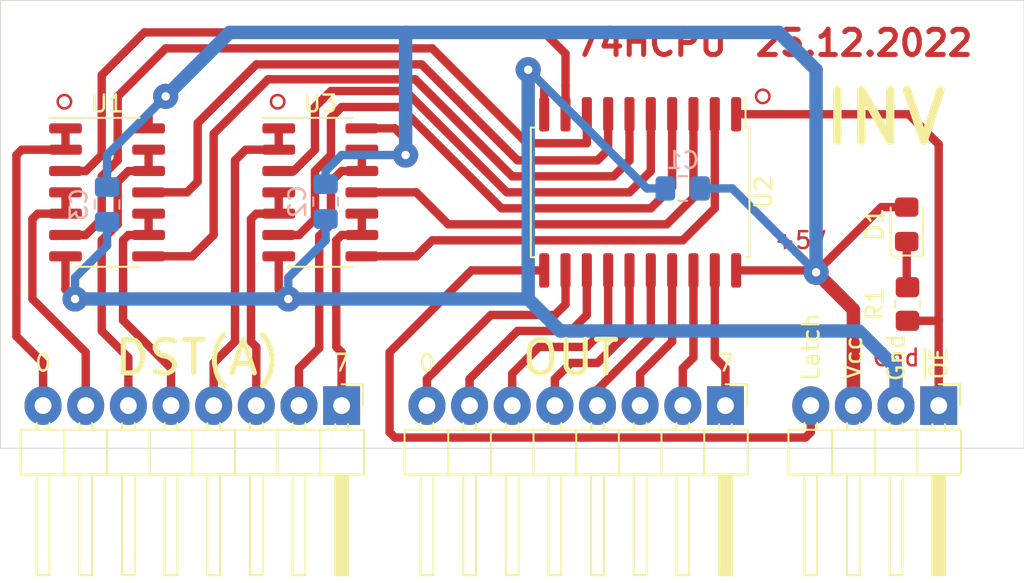
<source format=kicad_pcb>
(kicad_pcb (version 20171130) (host pcbnew "(5.1.8)-1")

  (general
    (thickness 1.6)
    (drawings 22)
    (tracks 225)
    (zones 0)
    (modules 11)
    (nets 30)
  )

  (page A4 portrait)
  (layers
    (0 F.Cu signal)
    (31 B.Cu signal)
    (32 B.Adhes user)
    (33 F.Adhes user)
    (34 B.Paste user)
    (35 F.Paste user)
    (36 B.SilkS user)
    (37 F.SilkS user)
    (38 B.Mask user)
    (39 F.Mask user)
    (40 Dwgs.User user)
    (41 Cmts.User user)
    (42 Eco1.User user)
    (43 Eco2.User user)
    (44 Edge.Cuts user)
    (45 Margin user)
    (46 B.CrtYd user)
    (47 F.CrtYd user)
    (48 B.Fab user)
    (49 F.Fab user)
  )

  (setup
    (last_trace_width 0.5)
    (user_trace_width 0.5)
    (user_trace_width 0.6)
    (user_trace_width 0.8)
    (trace_clearance 0.2)
    (zone_clearance 0.508)
    (zone_45_only no)
    (trace_min 0.5)
    (via_size 1.5)
    (via_drill 0.5)
    (via_min_size 1.5)
    (via_min_drill 0.5)
    (user_via 1.5 0.5)
    (uvia_size 0.3)
    (uvia_drill 0.1)
    (uvias_allowed no)
    (uvia_min_size 0.2)
    (uvia_min_drill 0.1)
    (edge_width 0.05)
    (segment_width 0.2)
    (pcb_text_width 0.3)
    (pcb_text_size 1.5 1.5)
    (mod_edge_width 0.12)
    (mod_text_size 1 1)
    (mod_text_width 0.15)
    (pad_size 1.524 1.524)
    (pad_drill 0.762)
    (pad_to_mask_clearance 0)
    (aux_axis_origin 73.66 52.07)
    (visible_elements 7FFFFFFF)
    (pcbplotparams
      (layerselection 0x010f0_ffffffff)
      (usegerberextensions true)
      (usegerberattributes false)
      (usegerberadvancedattributes false)
      (creategerberjobfile false)
      (excludeedgelayer true)
      (linewidth 0.100000)
      (plotframeref false)
      (viasonmask false)
      (mode 1)
      (useauxorigin true)
      (hpglpennumber 1)
      (hpglpenspeed 20)
      (hpglpendiameter 15.000000)
      (psnegative false)
      (psa4output false)
      (plotreference true)
      (plotvalue true)
      (plotinvisibletext false)
      (padsonsilk false)
      (subtractmaskfromsilk false)
      (outputformat 1)
      (mirror false)
      (drillshape 0)
      (scaleselection 1)
      (outputdirectory "gerber/"))
  )

  (net 0 "")
  (net 1 VCC)
  (net 2 GND)
  (net 3 "Net-(J1-Pad8)")
  (net 4 "Net-(J1-Pad7)")
  (net 5 "Net-(J1-Pad6)")
  (net 6 "Net-(J1-Pad5)")
  (net 7 "Net-(J1-Pad4)")
  (net 8 "Net-(J1-Pad3)")
  (net 9 "Net-(J1-Pad2)")
  (net 10 "Net-(J1-Pad1)")
  (net 11 /O7)
  (net 12 /O6)
  (net 13 /O5)
  (net 14 /O4)
  (net 15 /O3)
  (net 16 /O2)
  (net 17 /O1)
  (net 18 /O0)
  (net 19 /~OE)
  (net 20 /Latch)
  (net 21 "Net-(U1-Pad3)")
  (net 22 "Net-(U1-Pad6)")
  (net 23 "Net-(U1-Pad8)")
  (net 24 "Net-(U1-Pad11)")
  (net 25 "Net-(U2-Pad2)")
  (net 26 "Net-(U2-Pad3)")
  (net 27 "Net-(U2-Pad4)")
  (net 28 "Net-(U2-Pad5)")
  (net 29 "Net-(D1-Pad1)")

  (net_class Default "This is the default net class."
    (clearance 0.2)
    (trace_width 0.5)
    (via_dia 1.5)
    (via_drill 0.5)
    (uvia_dia 0.3)
    (uvia_drill 0.1)
    (diff_pair_width 0.5)
    (diff_pair_gap 0.25)
    (add_net /Latch)
    (add_net /O0)
    (add_net /O1)
    (add_net /O2)
    (add_net /O3)
    (add_net /O4)
    (add_net /O5)
    (add_net /O6)
    (add_net /O7)
    (add_net /~OE)
    (add_net GND)
    (add_net "Net-(D1-Pad1)")
    (add_net "Net-(J1-Pad1)")
    (add_net "Net-(J1-Pad2)")
    (add_net "Net-(J1-Pad3)")
    (add_net "Net-(J1-Pad4)")
    (add_net "Net-(J1-Pad5)")
    (add_net "Net-(J1-Pad6)")
    (add_net "Net-(J1-Pad7)")
    (add_net "Net-(J1-Pad8)")
    (add_net "Net-(U1-Pad11)")
    (add_net "Net-(U1-Pad3)")
    (add_net "Net-(U1-Pad6)")
    (add_net "Net-(U1-Pad8)")
    (add_net "Net-(U2-Pad2)")
    (add_net "Net-(U2-Pad3)")
    (add_net "Net-(U2-Pad4)")
    (add_net "Net-(U2-Pad5)")
    (add_net VCC)
  )

  (module Capacitor_SMD:C_0805_2012Metric_Pad1.18x1.45mm_HandSolder (layer B.Cu) (tedit 5F68FEEF) (tstamp 63A78754)
    (at 80.01 64.22 270)
    (descr "Capacitor SMD 0805 (2012 Metric), square (rectangular) end terminal, IPC_7351 nominal with elongated pad for handsoldering. (Body size source: IPC-SM-782 page 76, https://www.pcb-3d.com/wordpress/wp-content/uploads/ipc-sm-782a_amendment_1_and_2.pdf, https://docs.google.com/spreadsheets/d/1BsfQQcO9C6DZCsRaXUlFlo91Tg2WpOkGARC1WS5S8t0/edit?usp=sharing), generated with kicad-footprint-generator")
    (tags "capacitor handsolder")
    (path /63A85FB7)
    (attr smd)
    (fp_text reference C3 (at 0 1.68 90) (layer B.SilkS)
      (effects (font (size 1 1) (thickness 0.15)) (justify mirror))
    )
    (fp_text value 0.1uF (at 0 -1.68 90) (layer B.Fab)
      (effects (font (size 1 1) (thickness 0.15)) (justify mirror))
    )
    (fp_line (start 1.88 -0.98) (end -1.88 -0.98) (layer B.CrtYd) (width 0.05))
    (fp_line (start 1.88 0.98) (end 1.88 -0.98) (layer B.CrtYd) (width 0.05))
    (fp_line (start -1.88 0.98) (end 1.88 0.98) (layer B.CrtYd) (width 0.05))
    (fp_line (start -1.88 -0.98) (end -1.88 0.98) (layer B.CrtYd) (width 0.05))
    (fp_line (start -0.261252 -0.735) (end 0.261252 -0.735) (layer B.SilkS) (width 0.12))
    (fp_line (start -0.261252 0.735) (end 0.261252 0.735) (layer B.SilkS) (width 0.12))
    (fp_line (start 1 -0.625) (end -1 -0.625) (layer B.Fab) (width 0.1))
    (fp_line (start 1 0.625) (end 1 -0.625) (layer B.Fab) (width 0.1))
    (fp_line (start -1 0.625) (end 1 0.625) (layer B.Fab) (width 0.1))
    (fp_line (start -1 -0.625) (end -1 0.625) (layer B.Fab) (width 0.1))
    (fp_text user %R (at 0 0 90) (layer B.Fab)
      (effects (font (size 0.5 0.5) (thickness 0.08)) (justify mirror))
    )
    (pad 2 smd roundrect (at 1.0375 0 270) (size 1.175 1.45) (layers B.Cu B.Paste B.Mask) (roundrect_rratio 0.2127659574468085)
      (net 2 GND))
    (pad 1 smd roundrect (at -1.0375 0 270) (size 1.175 1.45) (layers B.Cu B.Paste B.Mask) (roundrect_rratio 0.2127659574468085)
      (net 1 VCC))
    (model ${KISYS3DMOD}/Capacitor_SMD.3dshapes/C_0805_2012Metric.wrl
      (at (xyz 0 0 0))
      (scale (xyz 1 1 1))
      (rotate (xyz 0 0 0))
    )
  )

  (module Capacitor_SMD:C_0805_2012Metric_Pad1.18x1.45mm_HandSolder (layer B.Cu) (tedit 5F68FEEF) (tstamp 63A78743)
    (at 93.0275 64.05 270)
    (descr "Capacitor SMD 0805 (2012 Metric), square (rectangular) end terminal, IPC_7351 nominal with elongated pad for handsoldering. (Body size source: IPC-SM-782 page 76, https://www.pcb-3d.com/wordpress/wp-content/uploads/ipc-sm-782a_amendment_1_and_2.pdf, https://docs.google.com/spreadsheets/d/1BsfQQcO9C6DZCsRaXUlFlo91Tg2WpOkGARC1WS5S8t0/edit?usp=sharing), generated with kicad-footprint-generator")
    (tags "capacitor handsolder")
    (path /63A83AF0)
    (attr smd)
    (fp_text reference C2 (at 0 1.68 90) (layer B.SilkS)
      (effects (font (size 1 1) (thickness 0.15)) (justify mirror))
    )
    (fp_text value 0.1uF (at 0 -1.68 90) (layer B.Fab)
      (effects (font (size 1 1) (thickness 0.15)) (justify mirror))
    )
    (fp_line (start 1.88 -0.98) (end -1.88 -0.98) (layer B.CrtYd) (width 0.05))
    (fp_line (start 1.88 0.98) (end 1.88 -0.98) (layer B.CrtYd) (width 0.05))
    (fp_line (start -1.88 0.98) (end 1.88 0.98) (layer B.CrtYd) (width 0.05))
    (fp_line (start -1.88 -0.98) (end -1.88 0.98) (layer B.CrtYd) (width 0.05))
    (fp_line (start -0.261252 -0.735) (end 0.261252 -0.735) (layer B.SilkS) (width 0.12))
    (fp_line (start -0.261252 0.735) (end 0.261252 0.735) (layer B.SilkS) (width 0.12))
    (fp_line (start 1 -0.625) (end -1 -0.625) (layer B.Fab) (width 0.1))
    (fp_line (start 1 0.625) (end 1 -0.625) (layer B.Fab) (width 0.1))
    (fp_line (start -1 0.625) (end 1 0.625) (layer B.Fab) (width 0.1))
    (fp_line (start -1 -0.625) (end -1 0.625) (layer B.Fab) (width 0.1))
    (fp_text user %R (at 0 0 90) (layer B.Fab)
      (effects (font (size 0.5 0.5) (thickness 0.08)) (justify mirror))
    )
    (pad 2 smd roundrect (at 1.0375 0 270) (size 1.175 1.45) (layers B.Cu B.Paste B.Mask) (roundrect_rratio 0.2127659574468085)
      (net 2 GND))
    (pad 1 smd roundrect (at -1.0375 0 270) (size 1.175 1.45) (layers B.Cu B.Paste B.Mask) (roundrect_rratio 0.2127659574468085)
      (net 1 VCC))
    (model ${KISYS3DMOD}/Capacitor_SMD.3dshapes/C_0805_2012Metric.wrl
      (at (xyz 0 0 0))
      (scale (xyz 1 1 1))
      (rotate (xyz 0 0 0))
    )
  )

  (module Resistor_SMD:R_0805_2012Metric_Pad1.20x1.40mm_HandSolder (layer F.Cu) (tedit 5F68FEEE) (tstamp 638428BD)
    (at 127.68 70.15 270)
    (descr "Resistor SMD 0805 (2012 Metric), square (rectangular) end terminal, IPC_7351 nominal with elongated pad for handsoldering. (Body size source: IPC-SM-782 page 72, https://www.pcb-3d.com/wordpress/wp-content/uploads/ipc-sm-782a_amendment_1_and_2.pdf), generated with kicad-footprint-generator")
    (tags "resistor handsolder")
    (path /638967CE)
    (attr smd)
    (fp_text reference R1 (at 0 1.95 90) (layer F.SilkS)
      (effects (font (size 1 1) (thickness 0.15)))
    )
    (fp_text value 1k (at 0 1.65 90) (layer F.Fab)
      (effects (font (size 1 1) (thickness 0.15)))
    )
    (fp_line (start -1 0.625) (end -1 -0.625) (layer F.Fab) (width 0.1))
    (fp_line (start -1 -0.625) (end 1 -0.625) (layer F.Fab) (width 0.1))
    (fp_line (start 1 -0.625) (end 1 0.625) (layer F.Fab) (width 0.1))
    (fp_line (start 1 0.625) (end -1 0.625) (layer F.Fab) (width 0.1))
    (fp_line (start -0.227064 -0.735) (end 0.227064 -0.735) (layer F.SilkS) (width 0.12))
    (fp_line (start -0.227064 0.735) (end 0.227064 0.735) (layer F.SilkS) (width 0.12))
    (fp_line (start -1.85 0.95) (end -1.85 -0.95) (layer F.CrtYd) (width 0.05))
    (fp_line (start -1.85 -0.95) (end 1.85 -0.95) (layer F.CrtYd) (width 0.05))
    (fp_line (start 1.85 -0.95) (end 1.85 0.95) (layer F.CrtYd) (width 0.05))
    (fp_line (start 1.85 0.95) (end -1.85 0.95) (layer F.CrtYd) (width 0.05))
    (fp_text user %R (at 0 0 90) (layer F.Fab)
      (effects (font (size 0.5 0.5) (thickness 0.08)))
    )
    (pad 2 smd roundrect (at 1 0 270) (size 1.2 1.4) (layers F.Cu F.Paste F.Mask) (roundrect_rratio 0.2083325)
      (net 19 /~OE))
    (pad 1 smd roundrect (at -1 0 270) (size 1.2 1.4) (layers F.Cu F.Paste F.Mask) (roundrect_rratio 0.2083325)
      (net 29 "Net-(D1-Pad1)"))
    (model ${KISYS3DMOD}/Resistor_SMD.3dshapes/R_0805_2012Metric.wrl
      (at (xyz 0 0 0))
      (scale (xyz 1 1 1))
      (rotate (xyz 0 0 0))
    )
  )

  (module LED_SMD:LED_0805_2012Metric_Pad1.15x1.40mm_HandSolder (layer F.Cu) (tedit 5F68FEF1) (tstamp 63842614)
    (at 127.635 65.405 90)
    (descr "LED SMD 0805 (2012 Metric), square (rectangular) end terminal, IPC_7351 nominal, (Body size source: https://docs.google.com/spreadsheets/d/1BsfQQcO9C6DZCsRaXUlFlo91Tg2WpOkGARC1WS5S8t0/edit?usp=sharing), generated with kicad-footprint-generator")
    (tags "LED handsolder")
    (path /638977EA)
    (attr smd)
    (fp_text reference D1 (at 0 -1.905 90) (layer F.SilkS)
      (effects (font (size 1 1) (thickness 0.15)))
    )
    (fp_text value LED (at 0 1.65 90) (layer F.Fab)
      (effects (font (size 1 1) (thickness 0.15)))
    )
    (fp_line (start 1 -0.6) (end -0.7 -0.6) (layer F.Fab) (width 0.1))
    (fp_line (start -0.7 -0.6) (end -1 -0.3) (layer F.Fab) (width 0.1))
    (fp_line (start -1 -0.3) (end -1 0.6) (layer F.Fab) (width 0.1))
    (fp_line (start -1 0.6) (end 1 0.6) (layer F.Fab) (width 0.1))
    (fp_line (start 1 0.6) (end 1 -0.6) (layer F.Fab) (width 0.1))
    (fp_line (start 1 -0.96) (end -1.86 -0.96) (layer F.SilkS) (width 0.12))
    (fp_line (start -1.86 -0.96) (end -1.86 0.96) (layer F.SilkS) (width 0.12))
    (fp_line (start -1.86 0.96) (end 1 0.96) (layer F.SilkS) (width 0.12))
    (fp_line (start -1.85 0.95) (end -1.85 -0.95) (layer F.CrtYd) (width 0.05))
    (fp_line (start -1.85 -0.95) (end 1.85 -0.95) (layer F.CrtYd) (width 0.05))
    (fp_line (start 1.85 -0.95) (end 1.85 0.95) (layer F.CrtYd) (width 0.05))
    (fp_line (start 1.85 0.95) (end -1.85 0.95) (layer F.CrtYd) (width 0.05))
    (fp_text user %R (at 0 0 90) (layer F.Fab)
      (effects (font (size 0.5 0.5) (thickness 0.08)))
    )
    (pad 2 smd roundrect (at 1.025 0 90) (size 1.15 1.4) (layers F.Cu F.Paste F.Mask) (roundrect_rratio 0.2173904347826087)
      (net 1 VCC))
    (pad 1 smd roundrect (at -1.025 0 90) (size 1.15 1.4) (layers F.Cu F.Paste F.Mask) (roundrect_rratio 0.2173904347826087)
      (net 29 "Net-(D1-Pad1)"))
    (model ${KISYS3DMOD}/LED_SMD.3dshapes/LED_0805_2012Metric.wrl
      (at (xyz 0 0 0))
      (scale (xyz 1 1 1))
      (rotate (xyz 0 0 0))
    )
  )

  (module Capacitor_SMD:C_0805_2012Metric_Pad1.18x1.45mm_HandSolder (layer B.Cu) (tedit 5F68FEEF) (tstamp 6383E418)
    (at 114.3 63.2675 180)
    (descr "Capacitor SMD 0805 (2012 Metric), square (rectangular) end terminal, IPC_7351 nominal with elongated pad for handsoldering. (Body size source: IPC-SM-782 page 76, https://www.pcb-3d.com/wordpress/wp-content/uploads/ipc-sm-782a_amendment_1_and_2.pdf, https://docs.google.com/spreadsheets/d/1BsfQQcO9C6DZCsRaXUlFlo91Tg2WpOkGARC1WS5S8t0/edit?usp=sharing), generated with kicad-footprint-generator")
    (tags "capacitor handsolder")
    (path /6387E862)
    (attr smd)
    (fp_text reference C1 (at 0 1.68) (layer B.SilkS)
      (effects (font (size 1 1) (thickness 0.15)) (justify mirror))
    )
    (fp_text value 0.1uF (at 0 -1.68) (layer B.Fab)
      (effects (font (size 1 1) (thickness 0.15)) (justify mirror))
    )
    (fp_line (start 1.88 -0.98) (end -1.88 -0.98) (layer B.CrtYd) (width 0.05))
    (fp_line (start 1.88 0.98) (end 1.88 -0.98) (layer B.CrtYd) (width 0.05))
    (fp_line (start -1.88 0.98) (end 1.88 0.98) (layer B.CrtYd) (width 0.05))
    (fp_line (start -1.88 -0.98) (end -1.88 0.98) (layer B.CrtYd) (width 0.05))
    (fp_line (start -0.261252 -0.735) (end 0.261252 -0.735) (layer B.SilkS) (width 0.12))
    (fp_line (start -0.261252 0.735) (end 0.261252 0.735) (layer B.SilkS) (width 0.12))
    (fp_line (start 1 -0.625) (end -1 -0.625) (layer B.Fab) (width 0.1))
    (fp_line (start 1 0.625) (end 1 -0.625) (layer B.Fab) (width 0.1))
    (fp_line (start -1 0.625) (end 1 0.625) (layer B.Fab) (width 0.1))
    (fp_line (start -1 -0.625) (end -1 0.625) (layer B.Fab) (width 0.1))
    (fp_text user %R (at 0 0) (layer B.Fab)
      (effects (font (size 0.5 0.5) (thickness 0.08)) (justify mirror))
    )
    (pad 1 smd roundrect (at -1.0375 0 180) (size 1.175 1.45) (layers B.Cu B.Paste B.Mask) (roundrect_rratio 0.2127659574468085)
      (net 1 VCC))
    (pad 2 smd roundrect (at 1.0375 0 180) (size 1.175 1.45) (layers B.Cu B.Paste B.Mask) (roundrect_rratio 0.2127659574468085)
      (net 2 GND))
    (model ${KISYS3DMOD}/Capacitor_SMD.3dshapes/C_0805_2012Metric.wrl
      (at (xyz 0 0 0))
      (scale (xyz 1 1 1))
      (rotate (xyz 0 0 0))
    )
  )

  (module Connector_PinHeader_2.54mm:PinHeader_1x08_P2.54mm_Horizontal (layer F.Cu) (tedit 59FED5CB) (tstamp 6383E499)
    (at 93.98 76.2 270)
    (descr "Through hole angled pin header, 1x08, 2.54mm pitch, 6mm pin length, single row")
    (tags "Through hole angled pin header THT 1x08 2.54mm single row")
    (path /63823876)
    (fp_text reference J1 (at 0 -2.27 90) (layer F.SilkS) hide
      (effects (font (size 1 1) (thickness 0.15)))
    )
    (fp_text value Conn_01x08_Male (at 1.905 9.2075 180) (layer F.Fab)
      (effects (font (size 1 1) (thickness 0.15)))
    )
    (fp_line (start 2.135 -1.27) (end 4.04 -1.27) (layer F.Fab) (width 0.1))
    (fp_line (start 4.04 -1.27) (end 4.04 19.05) (layer F.Fab) (width 0.1))
    (fp_line (start 4.04 19.05) (end 1.5 19.05) (layer F.Fab) (width 0.1))
    (fp_line (start 1.5 19.05) (end 1.5 -0.635) (layer F.Fab) (width 0.1))
    (fp_line (start 1.5 -0.635) (end 2.135 -1.27) (layer F.Fab) (width 0.1))
    (fp_line (start -0.32 -0.32) (end 1.5 -0.32) (layer F.Fab) (width 0.1))
    (fp_line (start -0.32 -0.32) (end -0.32 0.32) (layer F.Fab) (width 0.1))
    (fp_line (start -0.32 0.32) (end 1.5 0.32) (layer F.Fab) (width 0.1))
    (fp_line (start 4.04 -0.32) (end 10.04 -0.32) (layer F.Fab) (width 0.1))
    (fp_line (start 10.04 -0.32) (end 10.04 0.32) (layer F.Fab) (width 0.1))
    (fp_line (start 4.04 0.32) (end 10.04 0.32) (layer F.Fab) (width 0.1))
    (fp_line (start -0.32 2.22) (end 1.5 2.22) (layer F.Fab) (width 0.1))
    (fp_line (start -0.32 2.22) (end -0.32 2.86) (layer F.Fab) (width 0.1))
    (fp_line (start -0.32 2.86) (end 1.5 2.86) (layer F.Fab) (width 0.1))
    (fp_line (start 4.04 2.22) (end 10.04 2.22) (layer F.Fab) (width 0.1))
    (fp_line (start 10.04 2.22) (end 10.04 2.86) (layer F.Fab) (width 0.1))
    (fp_line (start 4.04 2.86) (end 10.04 2.86) (layer F.Fab) (width 0.1))
    (fp_line (start -0.32 4.76) (end 1.5 4.76) (layer F.Fab) (width 0.1))
    (fp_line (start -0.32 4.76) (end -0.32 5.4) (layer F.Fab) (width 0.1))
    (fp_line (start -0.32 5.4) (end 1.5 5.4) (layer F.Fab) (width 0.1))
    (fp_line (start 4.04 4.76) (end 10.04 4.76) (layer F.Fab) (width 0.1))
    (fp_line (start 10.04 4.76) (end 10.04 5.4) (layer F.Fab) (width 0.1))
    (fp_line (start 4.04 5.4) (end 10.04 5.4) (layer F.Fab) (width 0.1))
    (fp_line (start -0.32 7.3) (end 1.5 7.3) (layer F.Fab) (width 0.1))
    (fp_line (start -0.32 7.3) (end -0.32 7.94) (layer F.Fab) (width 0.1))
    (fp_line (start -0.32 7.94) (end 1.5 7.94) (layer F.Fab) (width 0.1))
    (fp_line (start 4.04 7.3) (end 10.04 7.3) (layer F.Fab) (width 0.1))
    (fp_line (start 10.04 7.3) (end 10.04 7.94) (layer F.Fab) (width 0.1))
    (fp_line (start 4.04 7.94) (end 10.04 7.94) (layer F.Fab) (width 0.1))
    (fp_line (start -0.32 9.84) (end 1.5 9.84) (layer F.Fab) (width 0.1))
    (fp_line (start -0.32 9.84) (end -0.32 10.48) (layer F.Fab) (width 0.1))
    (fp_line (start -0.32 10.48) (end 1.5 10.48) (layer F.Fab) (width 0.1))
    (fp_line (start 4.04 9.84) (end 10.04 9.84) (layer F.Fab) (width 0.1))
    (fp_line (start 10.04 9.84) (end 10.04 10.48) (layer F.Fab) (width 0.1))
    (fp_line (start 4.04 10.48) (end 10.04 10.48) (layer F.Fab) (width 0.1))
    (fp_line (start -0.32 12.38) (end 1.5 12.38) (layer F.Fab) (width 0.1))
    (fp_line (start -0.32 12.38) (end -0.32 13.02) (layer F.Fab) (width 0.1))
    (fp_line (start -0.32 13.02) (end 1.5 13.02) (layer F.Fab) (width 0.1))
    (fp_line (start 4.04 12.38) (end 10.04 12.38) (layer F.Fab) (width 0.1))
    (fp_line (start 10.04 12.38) (end 10.04 13.02) (layer F.Fab) (width 0.1))
    (fp_line (start 4.04 13.02) (end 10.04 13.02) (layer F.Fab) (width 0.1))
    (fp_line (start -0.32 14.92) (end 1.5 14.92) (layer F.Fab) (width 0.1))
    (fp_line (start -0.32 14.92) (end -0.32 15.56) (layer F.Fab) (width 0.1))
    (fp_line (start -0.32 15.56) (end 1.5 15.56) (layer F.Fab) (width 0.1))
    (fp_line (start 4.04 14.92) (end 10.04 14.92) (layer F.Fab) (width 0.1))
    (fp_line (start 10.04 14.92) (end 10.04 15.56) (layer F.Fab) (width 0.1))
    (fp_line (start 4.04 15.56) (end 10.04 15.56) (layer F.Fab) (width 0.1))
    (fp_line (start -0.32 17.46) (end 1.5 17.46) (layer F.Fab) (width 0.1))
    (fp_line (start -0.32 17.46) (end -0.32 18.1) (layer F.Fab) (width 0.1))
    (fp_line (start -0.32 18.1) (end 1.5 18.1) (layer F.Fab) (width 0.1))
    (fp_line (start 4.04 17.46) (end 10.04 17.46) (layer F.Fab) (width 0.1))
    (fp_line (start 10.04 17.46) (end 10.04 18.1) (layer F.Fab) (width 0.1))
    (fp_line (start 4.04 18.1) (end 10.04 18.1) (layer F.Fab) (width 0.1))
    (fp_line (start 1.44 -1.33) (end 1.44 19.11) (layer F.SilkS) (width 0.12))
    (fp_line (start 1.44 19.11) (end 4.1 19.11) (layer F.SilkS) (width 0.12))
    (fp_line (start 4.1 19.11) (end 4.1 -1.33) (layer F.SilkS) (width 0.12))
    (fp_line (start 4.1 -1.33) (end 1.44 -1.33) (layer F.SilkS) (width 0.12))
    (fp_line (start 4.1 -0.38) (end 10.1 -0.38) (layer F.SilkS) (width 0.12))
    (fp_line (start 10.1 -0.38) (end 10.1 0.38) (layer F.SilkS) (width 0.12))
    (fp_line (start 10.1 0.38) (end 4.1 0.38) (layer F.SilkS) (width 0.12))
    (fp_line (start 4.1 -0.32) (end 10.1 -0.32) (layer F.SilkS) (width 0.12))
    (fp_line (start 4.1 -0.2) (end 10.1 -0.2) (layer F.SilkS) (width 0.12))
    (fp_line (start 4.1 -0.08) (end 10.1 -0.08) (layer F.SilkS) (width 0.12))
    (fp_line (start 4.1 0.04) (end 10.1 0.04) (layer F.SilkS) (width 0.12))
    (fp_line (start 4.1 0.16) (end 10.1 0.16) (layer F.SilkS) (width 0.12))
    (fp_line (start 4.1 0.28) (end 10.1 0.28) (layer F.SilkS) (width 0.12))
    (fp_line (start 1.11 -0.38) (end 1.44 -0.38) (layer F.SilkS) (width 0.12))
    (fp_line (start 1.11 0.38) (end 1.44 0.38) (layer F.SilkS) (width 0.12))
    (fp_line (start 1.44 1.27) (end 4.1 1.27) (layer F.SilkS) (width 0.12))
    (fp_line (start 4.1 2.16) (end 10.1 2.16) (layer F.SilkS) (width 0.12))
    (fp_line (start 10.1 2.16) (end 10.1 2.92) (layer F.SilkS) (width 0.12))
    (fp_line (start 10.1 2.92) (end 4.1 2.92) (layer F.SilkS) (width 0.12))
    (fp_line (start 1.042929 2.16) (end 1.44 2.16) (layer F.SilkS) (width 0.12))
    (fp_line (start 1.042929 2.92) (end 1.44 2.92) (layer F.SilkS) (width 0.12))
    (fp_line (start 1.44 3.81) (end 4.1 3.81) (layer F.SilkS) (width 0.12))
    (fp_line (start 4.1 4.7) (end 10.1 4.7) (layer F.SilkS) (width 0.12))
    (fp_line (start 10.1 4.7) (end 10.1 5.46) (layer F.SilkS) (width 0.12))
    (fp_line (start 10.1 5.46) (end 4.1 5.46) (layer F.SilkS) (width 0.12))
    (fp_line (start 1.042929 4.7) (end 1.44 4.7) (layer F.SilkS) (width 0.12))
    (fp_line (start 1.042929 5.46) (end 1.44 5.46) (layer F.SilkS) (width 0.12))
    (fp_line (start 1.44 6.35) (end 4.1 6.35) (layer F.SilkS) (width 0.12))
    (fp_line (start 4.1 7.24) (end 10.1 7.24) (layer F.SilkS) (width 0.12))
    (fp_line (start 10.1 7.24) (end 10.1 8) (layer F.SilkS) (width 0.12))
    (fp_line (start 10.1 8) (end 4.1 8) (layer F.SilkS) (width 0.12))
    (fp_line (start 1.042929 7.24) (end 1.44 7.24) (layer F.SilkS) (width 0.12))
    (fp_line (start 1.042929 8) (end 1.44 8) (layer F.SilkS) (width 0.12))
    (fp_line (start 1.44 8.89) (end 4.1 8.89) (layer F.SilkS) (width 0.12))
    (fp_line (start 4.1 9.78) (end 10.1 9.78) (layer F.SilkS) (width 0.12))
    (fp_line (start 10.1 9.78) (end 10.1 10.54) (layer F.SilkS) (width 0.12))
    (fp_line (start 10.1 10.54) (end 4.1 10.54) (layer F.SilkS) (width 0.12))
    (fp_line (start 1.042929 9.78) (end 1.44 9.78) (layer F.SilkS) (width 0.12))
    (fp_line (start 1.042929 10.54) (end 1.44 10.54) (layer F.SilkS) (width 0.12))
    (fp_line (start 1.44 11.43) (end 4.1 11.43) (layer F.SilkS) (width 0.12))
    (fp_line (start 4.1 12.32) (end 10.1 12.32) (layer F.SilkS) (width 0.12))
    (fp_line (start 10.1 12.32) (end 10.1 13.08) (layer F.SilkS) (width 0.12))
    (fp_line (start 10.1 13.08) (end 4.1 13.08) (layer F.SilkS) (width 0.12))
    (fp_line (start 1.042929 12.32) (end 1.44 12.32) (layer F.SilkS) (width 0.12))
    (fp_line (start 1.042929 13.08) (end 1.44 13.08) (layer F.SilkS) (width 0.12))
    (fp_line (start 1.44 13.97) (end 4.1 13.97) (layer F.SilkS) (width 0.12))
    (fp_line (start 4.1 14.86) (end 10.1 14.86) (layer F.SilkS) (width 0.12))
    (fp_line (start 10.1 14.86) (end 10.1 15.62) (layer F.SilkS) (width 0.12))
    (fp_line (start 10.1 15.62) (end 4.1 15.62) (layer F.SilkS) (width 0.12))
    (fp_line (start 1.042929 14.86) (end 1.44 14.86) (layer F.SilkS) (width 0.12))
    (fp_line (start 1.042929 15.62) (end 1.44 15.62) (layer F.SilkS) (width 0.12))
    (fp_line (start 1.44 16.51) (end 4.1 16.51) (layer F.SilkS) (width 0.12))
    (fp_line (start 4.1 17.4) (end 10.1 17.4) (layer F.SilkS) (width 0.12))
    (fp_line (start 10.1 17.4) (end 10.1 18.16) (layer F.SilkS) (width 0.12))
    (fp_line (start 10.1 18.16) (end 4.1 18.16) (layer F.SilkS) (width 0.12))
    (fp_line (start 1.042929 17.4) (end 1.44 17.4) (layer F.SilkS) (width 0.12))
    (fp_line (start 1.042929 18.16) (end 1.44 18.16) (layer F.SilkS) (width 0.12))
    (fp_line (start -1.27 0) (end -1.27 -1.27) (layer F.SilkS) (width 0.12))
    (fp_line (start -1.27 -1.27) (end 0 -1.27) (layer F.SilkS) (width 0.12))
    (fp_line (start -1.8 -1.8) (end -1.8 19.55) (layer F.CrtYd) (width 0.05))
    (fp_line (start -1.8 19.55) (end 10.55 19.55) (layer F.CrtYd) (width 0.05))
    (fp_line (start 10.55 19.55) (end 10.55 -1.8) (layer F.CrtYd) (width 0.05))
    (fp_line (start 10.55 -1.8) (end -1.8 -1.8) (layer F.CrtYd) (width 0.05))
    (fp_text user %R (at 2.77 8.89) (layer F.Fab)
      (effects (font (size 1 1) (thickness 0.15)))
    )
    (pad 8 thru_hole oval (at 0 17.78 270) (size 2.3 2.2) (drill 1) (layers *.Cu *.Mask)
      (net 3 "Net-(J1-Pad8)"))
    (pad 7 thru_hole oval (at 0 15.24 270) (size 2.3 2.2) (drill 1) (layers *.Cu *.Mask)
      (net 4 "Net-(J1-Pad7)"))
    (pad 6 thru_hole oval (at 0 12.7 270) (size 2.3 2.2) (drill 1) (layers *.Cu *.Mask)
      (net 5 "Net-(J1-Pad6)"))
    (pad 5 thru_hole oval (at 0 10.16 270) (size 2.3 2.2) (drill 1) (layers *.Cu *.Mask)
      (net 6 "Net-(J1-Pad5)"))
    (pad 4 thru_hole oval (at 0 7.62 270) (size 2.3 2.2) (drill 1) (layers *.Cu *.Mask)
      (net 7 "Net-(J1-Pad4)"))
    (pad 3 thru_hole oval (at 0 5.08 270) (size 2.3 2.2) (drill 1) (layers *.Cu *.Mask)
      (net 8 "Net-(J1-Pad3)"))
    (pad 2 thru_hole oval (at 0 2.54 270) (size 2.3 2.2) (drill 1) (layers *.Cu *.Mask)
      (net 9 "Net-(J1-Pad2)"))
    (pad 1 thru_hole rect (at 0 0 270) (size 2.3 2.2) (drill 1) (layers *.Cu *.Mask)
      (net 10 "Net-(J1-Pad1)"))
    (model ${KISYS3DMOD}/Connector_PinHeader_2.54mm.3dshapes/PinHeader_1x08_P2.54mm_Horizontal.wrl
      (at (xyz 0 0 0))
      (scale (xyz 1 1 1))
      (rotate (xyz 0 0 0))
    )
  )

  (module Connector_PinHeader_2.54mm:PinHeader_1x08_P2.54mm_Horizontal (layer F.Cu) (tedit 59FED5CB) (tstamp 6383E51A)
    (at 116.84 76.2 270)
    (descr "Through hole angled pin header, 1x08, 2.54mm pitch, 6mm pin length, single row")
    (tags "Through hole angled pin header THT 1x08 2.54mm single row")
    (path /6381F8BE)
    (fp_text reference J2 (at 0.635 -2.54 90) (layer F.SilkS) hide
      (effects (font (size 1 1) (thickness 0.15)))
    )
    (fp_text value Conn_01x08_Male (at 1.5875 5.08 180) (layer F.Fab)
      (effects (font (size 1 1) (thickness 0.15)))
    )
    (fp_line (start 10.55 -1.8) (end -1.8 -1.8) (layer F.CrtYd) (width 0.05))
    (fp_line (start 10.55 19.55) (end 10.55 -1.8) (layer F.CrtYd) (width 0.05))
    (fp_line (start -1.8 19.55) (end 10.55 19.55) (layer F.CrtYd) (width 0.05))
    (fp_line (start -1.8 -1.8) (end -1.8 19.55) (layer F.CrtYd) (width 0.05))
    (fp_line (start -1.27 -1.27) (end 0 -1.27) (layer F.SilkS) (width 0.12))
    (fp_line (start -1.27 0) (end -1.27 -1.27) (layer F.SilkS) (width 0.12))
    (fp_line (start 1.042929 18.16) (end 1.44 18.16) (layer F.SilkS) (width 0.12))
    (fp_line (start 1.042929 17.4) (end 1.44 17.4) (layer F.SilkS) (width 0.12))
    (fp_line (start 10.1 18.16) (end 4.1 18.16) (layer F.SilkS) (width 0.12))
    (fp_line (start 10.1 17.4) (end 10.1 18.16) (layer F.SilkS) (width 0.12))
    (fp_line (start 4.1 17.4) (end 10.1 17.4) (layer F.SilkS) (width 0.12))
    (fp_line (start 1.44 16.51) (end 4.1 16.51) (layer F.SilkS) (width 0.12))
    (fp_line (start 1.042929 15.62) (end 1.44 15.62) (layer F.SilkS) (width 0.12))
    (fp_line (start 1.042929 14.86) (end 1.44 14.86) (layer F.SilkS) (width 0.12))
    (fp_line (start 10.1 15.62) (end 4.1 15.62) (layer F.SilkS) (width 0.12))
    (fp_line (start 10.1 14.86) (end 10.1 15.62) (layer F.SilkS) (width 0.12))
    (fp_line (start 4.1 14.86) (end 10.1 14.86) (layer F.SilkS) (width 0.12))
    (fp_line (start 1.44 13.97) (end 4.1 13.97) (layer F.SilkS) (width 0.12))
    (fp_line (start 1.042929 13.08) (end 1.44 13.08) (layer F.SilkS) (width 0.12))
    (fp_line (start 1.042929 12.32) (end 1.44 12.32) (layer F.SilkS) (width 0.12))
    (fp_line (start 10.1 13.08) (end 4.1 13.08) (layer F.SilkS) (width 0.12))
    (fp_line (start 10.1 12.32) (end 10.1 13.08) (layer F.SilkS) (width 0.12))
    (fp_line (start 4.1 12.32) (end 10.1 12.32) (layer F.SilkS) (width 0.12))
    (fp_line (start 1.44 11.43) (end 4.1 11.43) (layer F.SilkS) (width 0.12))
    (fp_line (start 1.042929 10.54) (end 1.44 10.54) (layer F.SilkS) (width 0.12))
    (fp_line (start 1.042929 9.78) (end 1.44 9.78) (layer F.SilkS) (width 0.12))
    (fp_line (start 10.1 10.54) (end 4.1 10.54) (layer F.SilkS) (width 0.12))
    (fp_line (start 10.1 9.78) (end 10.1 10.54) (layer F.SilkS) (width 0.12))
    (fp_line (start 4.1 9.78) (end 10.1 9.78) (layer F.SilkS) (width 0.12))
    (fp_line (start 1.44 8.89) (end 4.1 8.89) (layer F.SilkS) (width 0.12))
    (fp_line (start 1.042929 8) (end 1.44 8) (layer F.SilkS) (width 0.12))
    (fp_line (start 1.042929 7.24) (end 1.44 7.24) (layer F.SilkS) (width 0.12))
    (fp_line (start 10.1 8) (end 4.1 8) (layer F.SilkS) (width 0.12))
    (fp_line (start 10.1 7.24) (end 10.1 8) (layer F.SilkS) (width 0.12))
    (fp_line (start 4.1 7.24) (end 10.1 7.24) (layer F.SilkS) (width 0.12))
    (fp_line (start 1.44 6.35) (end 4.1 6.35) (layer F.SilkS) (width 0.12))
    (fp_line (start 1.042929 5.46) (end 1.44 5.46) (layer F.SilkS) (width 0.12))
    (fp_line (start 1.042929 4.7) (end 1.44 4.7) (layer F.SilkS) (width 0.12))
    (fp_line (start 10.1 5.46) (end 4.1 5.46) (layer F.SilkS) (width 0.12))
    (fp_line (start 10.1 4.7) (end 10.1 5.46) (layer F.SilkS) (width 0.12))
    (fp_line (start 4.1 4.7) (end 10.1 4.7) (layer F.SilkS) (width 0.12))
    (fp_line (start 1.44 3.81) (end 4.1 3.81) (layer F.SilkS) (width 0.12))
    (fp_line (start 1.042929 2.92) (end 1.44 2.92) (layer F.SilkS) (width 0.12))
    (fp_line (start 1.042929 2.16) (end 1.44 2.16) (layer F.SilkS) (width 0.12))
    (fp_line (start 10.1 2.92) (end 4.1 2.92) (layer F.SilkS) (width 0.12))
    (fp_line (start 10.1 2.16) (end 10.1 2.92) (layer F.SilkS) (width 0.12))
    (fp_line (start 4.1 2.16) (end 10.1 2.16) (layer F.SilkS) (width 0.12))
    (fp_line (start 1.44 1.27) (end 4.1 1.27) (layer F.SilkS) (width 0.12))
    (fp_line (start 1.11 0.38) (end 1.44 0.38) (layer F.SilkS) (width 0.12))
    (fp_line (start 1.11 -0.38) (end 1.44 -0.38) (layer F.SilkS) (width 0.12))
    (fp_line (start 4.1 0.28) (end 10.1 0.28) (layer F.SilkS) (width 0.12))
    (fp_line (start 4.1 0.16) (end 10.1 0.16) (layer F.SilkS) (width 0.12))
    (fp_line (start 4.1 0.04) (end 10.1 0.04) (layer F.SilkS) (width 0.12))
    (fp_line (start 4.1 -0.08) (end 10.1 -0.08) (layer F.SilkS) (width 0.12))
    (fp_line (start 4.1 -0.2) (end 10.1 -0.2) (layer F.SilkS) (width 0.12))
    (fp_line (start 4.1 -0.32) (end 10.1 -0.32) (layer F.SilkS) (width 0.12))
    (fp_line (start 10.1 0.38) (end 4.1 0.38) (layer F.SilkS) (width 0.12))
    (fp_line (start 10.1 -0.38) (end 10.1 0.38) (layer F.SilkS) (width 0.12))
    (fp_line (start 4.1 -0.38) (end 10.1 -0.38) (layer F.SilkS) (width 0.12))
    (fp_line (start 4.1 -1.33) (end 1.44 -1.33) (layer F.SilkS) (width 0.12))
    (fp_line (start 4.1 19.11) (end 4.1 -1.33) (layer F.SilkS) (width 0.12))
    (fp_line (start 1.44 19.11) (end 4.1 19.11) (layer F.SilkS) (width 0.12))
    (fp_line (start 1.44 -1.33) (end 1.44 19.11) (layer F.SilkS) (width 0.12))
    (fp_line (start 4.04 18.1) (end 10.04 18.1) (layer F.Fab) (width 0.1))
    (fp_line (start 10.04 17.46) (end 10.04 18.1) (layer F.Fab) (width 0.1))
    (fp_line (start 4.04 17.46) (end 10.04 17.46) (layer F.Fab) (width 0.1))
    (fp_line (start -0.32 18.1) (end 1.5 18.1) (layer F.Fab) (width 0.1))
    (fp_line (start -0.32 17.46) (end -0.32 18.1) (layer F.Fab) (width 0.1))
    (fp_line (start -0.32 17.46) (end 1.5 17.46) (layer F.Fab) (width 0.1))
    (fp_line (start 4.04 15.56) (end 10.04 15.56) (layer F.Fab) (width 0.1))
    (fp_line (start 10.04 14.92) (end 10.04 15.56) (layer F.Fab) (width 0.1))
    (fp_line (start 4.04 14.92) (end 10.04 14.92) (layer F.Fab) (width 0.1))
    (fp_line (start -0.32 15.56) (end 1.5 15.56) (layer F.Fab) (width 0.1))
    (fp_line (start -0.32 14.92) (end -0.32 15.56) (layer F.Fab) (width 0.1))
    (fp_line (start -0.32 14.92) (end 1.5 14.92) (layer F.Fab) (width 0.1))
    (fp_line (start 4.04 13.02) (end 10.04 13.02) (layer F.Fab) (width 0.1))
    (fp_line (start 10.04 12.38) (end 10.04 13.02) (layer F.Fab) (width 0.1))
    (fp_line (start 4.04 12.38) (end 10.04 12.38) (layer F.Fab) (width 0.1))
    (fp_line (start -0.32 13.02) (end 1.5 13.02) (layer F.Fab) (width 0.1))
    (fp_line (start -0.32 12.38) (end -0.32 13.02) (layer F.Fab) (width 0.1))
    (fp_line (start -0.32 12.38) (end 1.5 12.38) (layer F.Fab) (width 0.1))
    (fp_line (start 4.04 10.48) (end 10.04 10.48) (layer F.Fab) (width 0.1))
    (fp_line (start 10.04 9.84) (end 10.04 10.48) (layer F.Fab) (width 0.1))
    (fp_line (start 4.04 9.84) (end 10.04 9.84) (layer F.Fab) (width 0.1))
    (fp_line (start -0.32 10.48) (end 1.5 10.48) (layer F.Fab) (width 0.1))
    (fp_line (start -0.32 9.84) (end -0.32 10.48) (layer F.Fab) (width 0.1))
    (fp_line (start -0.32 9.84) (end 1.5 9.84) (layer F.Fab) (width 0.1))
    (fp_line (start 4.04 7.94) (end 10.04 7.94) (layer F.Fab) (width 0.1))
    (fp_line (start 10.04 7.3) (end 10.04 7.94) (layer F.Fab) (width 0.1))
    (fp_line (start 4.04 7.3) (end 10.04 7.3) (layer F.Fab) (width 0.1))
    (fp_line (start -0.32 7.94) (end 1.5 7.94) (layer F.Fab) (width 0.1))
    (fp_line (start -0.32 7.3) (end -0.32 7.94) (layer F.Fab) (width 0.1))
    (fp_line (start -0.32 7.3) (end 1.5 7.3) (layer F.Fab) (width 0.1))
    (fp_line (start 4.04 5.4) (end 10.04 5.4) (layer F.Fab) (width 0.1))
    (fp_line (start 10.04 4.76) (end 10.04 5.4) (layer F.Fab) (width 0.1))
    (fp_line (start 4.04 4.76) (end 10.04 4.76) (layer F.Fab) (width 0.1))
    (fp_line (start -0.32 5.4) (end 1.5 5.4) (layer F.Fab) (width 0.1))
    (fp_line (start -0.32 4.76) (end -0.32 5.4) (layer F.Fab) (width 0.1))
    (fp_line (start -0.32 4.76) (end 1.5 4.76) (layer F.Fab) (width 0.1))
    (fp_line (start 4.04 2.86) (end 10.04 2.86) (layer F.Fab) (width 0.1))
    (fp_line (start 10.04 2.22) (end 10.04 2.86) (layer F.Fab) (width 0.1))
    (fp_line (start 4.04 2.22) (end 10.04 2.22) (layer F.Fab) (width 0.1))
    (fp_line (start -0.32 2.86) (end 1.5 2.86) (layer F.Fab) (width 0.1))
    (fp_line (start -0.32 2.22) (end -0.32 2.86) (layer F.Fab) (width 0.1))
    (fp_line (start -0.32 2.22) (end 1.5 2.22) (layer F.Fab) (width 0.1))
    (fp_line (start 4.04 0.32) (end 10.04 0.32) (layer F.Fab) (width 0.1))
    (fp_line (start 10.04 -0.32) (end 10.04 0.32) (layer F.Fab) (width 0.1))
    (fp_line (start 4.04 -0.32) (end 10.04 -0.32) (layer F.Fab) (width 0.1))
    (fp_line (start -0.32 0.32) (end 1.5 0.32) (layer F.Fab) (width 0.1))
    (fp_line (start -0.32 -0.32) (end -0.32 0.32) (layer F.Fab) (width 0.1))
    (fp_line (start -0.32 -0.32) (end 1.5 -0.32) (layer F.Fab) (width 0.1))
    (fp_line (start 1.5 -0.635) (end 2.135 -1.27) (layer F.Fab) (width 0.1))
    (fp_line (start 1.5 19.05) (end 1.5 -0.635) (layer F.Fab) (width 0.1))
    (fp_line (start 4.04 19.05) (end 1.5 19.05) (layer F.Fab) (width 0.1))
    (fp_line (start 4.04 -1.27) (end 4.04 19.05) (layer F.Fab) (width 0.1))
    (fp_line (start 2.135 -1.27) (end 4.04 -1.27) (layer F.Fab) (width 0.1))
    (fp_text user %R (at 2.77 8.89) (layer F.Fab)
      (effects (font (size 1 1) (thickness 0.15)))
    )
    (pad 1 thru_hole rect (at 0 0 270) (size 2.3 2.2) (drill 1) (layers *.Cu *.Mask)
      (net 11 /O7))
    (pad 2 thru_hole oval (at 0 2.54 270) (size 2.3 2.2) (drill 1) (layers *.Cu *.Mask)
      (net 12 /O6))
    (pad 3 thru_hole oval (at 0 5.08 270) (size 2.3 2.2) (drill 1) (layers *.Cu *.Mask)
      (net 13 /O5))
    (pad 4 thru_hole oval (at 0 7.62 270) (size 2.3 2.2) (drill 1) (layers *.Cu *.Mask)
      (net 14 /O4))
    (pad 5 thru_hole oval (at 0 10.16 270) (size 2.3 2.2) (drill 1) (layers *.Cu *.Mask)
      (net 15 /O3))
    (pad 6 thru_hole oval (at 0 12.7 270) (size 2.3 2.2) (drill 1) (layers *.Cu *.Mask)
      (net 16 /O2))
    (pad 7 thru_hole oval (at 0 15.24 270) (size 2.3 2.2) (drill 1) (layers *.Cu *.Mask)
      (net 17 /O1))
    (pad 8 thru_hole oval (at 0 17.78 270) (size 2.3 2.2) (drill 1) (layers *.Cu *.Mask)
      (net 18 /O0))
    (model ${KISYS3DMOD}/Connector_PinHeader_2.54mm.3dshapes/PinHeader_1x08_P2.54mm_Horizontal.wrl
      (at (xyz 0 0 0))
      (scale (xyz 1 1 1))
      (rotate (xyz 0 0 0))
    )
  )

  (module Connector_PinHeader_2.54mm:PinHeader_1x04_P2.54mm_Horizontal (layer F.Cu) (tedit 59FED5CB) (tstamp 6383E567)
    (at 129.54 76.2 270)
    (descr "Through hole angled pin header, 1x04, 2.54mm pitch, 6mm pin length, single row")
    (tags "Through hole angled pin header THT 1x04 2.54mm single row")
    (path /6386B6F1)
    (fp_text reference J3 (at 0.3175 -1.905 90) (layer F.SilkS) hide
      (effects (font (size 1 1) (thickness 0.15)))
    )
    (fp_text value Conn_01x04_Male (at 1.5875 4.7625 180) (layer F.Fab)
      (effects (font (size 1 1) (thickness 0.15)))
    )
    (fp_line (start 10.55 -1.8) (end -1.8 -1.8) (layer F.CrtYd) (width 0.05))
    (fp_line (start 10.55 9.4) (end 10.55 -1.8) (layer F.CrtYd) (width 0.05))
    (fp_line (start -1.8 9.4) (end 10.55 9.4) (layer F.CrtYd) (width 0.05))
    (fp_line (start -1.8 -1.8) (end -1.8 9.4) (layer F.CrtYd) (width 0.05))
    (fp_line (start -1.27 -1.27) (end 0 -1.27) (layer F.SilkS) (width 0.12))
    (fp_line (start -1.27 0) (end -1.27 -1.27) (layer F.SilkS) (width 0.12))
    (fp_line (start 1.042929 8) (end 1.44 8) (layer F.SilkS) (width 0.12))
    (fp_line (start 1.042929 7.24) (end 1.44 7.24) (layer F.SilkS) (width 0.12))
    (fp_line (start 10.1 8) (end 4.1 8) (layer F.SilkS) (width 0.12))
    (fp_line (start 10.1 7.24) (end 10.1 8) (layer F.SilkS) (width 0.12))
    (fp_line (start 4.1 7.24) (end 10.1 7.24) (layer F.SilkS) (width 0.12))
    (fp_line (start 1.44 6.35) (end 4.1 6.35) (layer F.SilkS) (width 0.12))
    (fp_line (start 1.042929 5.46) (end 1.44 5.46) (layer F.SilkS) (width 0.12))
    (fp_line (start 1.042929 4.7) (end 1.44 4.7) (layer F.SilkS) (width 0.12))
    (fp_line (start 10.1 5.46) (end 4.1 5.46) (layer F.SilkS) (width 0.12))
    (fp_line (start 10.1 4.7) (end 10.1 5.46) (layer F.SilkS) (width 0.12))
    (fp_line (start 4.1 4.7) (end 10.1 4.7) (layer F.SilkS) (width 0.12))
    (fp_line (start 1.44 3.81) (end 4.1 3.81) (layer F.SilkS) (width 0.12))
    (fp_line (start 1.042929 2.92) (end 1.44 2.92) (layer F.SilkS) (width 0.12))
    (fp_line (start 1.042929 2.16) (end 1.44 2.16) (layer F.SilkS) (width 0.12))
    (fp_line (start 10.1 2.92) (end 4.1 2.92) (layer F.SilkS) (width 0.12))
    (fp_line (start 10.1 2.16) (end 10.1 2.92) (layer F.SilkS) (width 0.12))
    (fp_line (start 4.1 2.16) (end 10.1 2.16) (layer F.SilkS) (width 0.12))
    (fp_line (start 1.44 1.27) (end 4.1 1.27) (layer F.SilkS) (width 0.12))
    (fp_line (start 1.11 0.38) (end 1.44 0.38) (layer F.SilkS) (width 0.12))
    (fp_line (start 1.11 -0.38) (end 1.44 -0.38) (layer F.SilkS) (width 0.12))
    (fp_line (start 4.1 0.28) (end 10.1 0.28) (layer F.SilkS) (width 0.12))
    (fp_line (start 4.1 0.16) (end 10.1 0.16) (layer F.SilkS) (width 0.12))
    (fp_line (start 4.1 0.04) (end 10.1 0.04) (layer F.SilkS) (width 0.12))
    (fp_line (start 4.1 -0.08) (end 10.1 -0.08) (layer F.SilkS) (width 0.12))
    (fp_line (start 4.1 -0.2) (end 10.1 -0.2) (layer F.SilkS) (width 0.12))
    (fp_line (start 4.1 -0.32) (end 10.1 -0.32) (layer F.SilkS) (width 0.12))
    (fp_line (start 10.1 0.38) (end 4.1 0.38) (layer F.SilkS) (width 0.12))
    (fp_line (start 10.1 -0.38) (end 10.1 0.38) (layer F.SilkS) (width 0.12))
    (fp_line (start 4.1 -0.38) (end 10.1 -0.38) (layer F.SilkS) (width 0.12))
    (fp_line (start 4.1 -1.33) (end 1.44 -1.33) (layer F.SilkS) (width 0.12))
    (fp_line (start 4.1 8.95) (end 4.1 -1.33) (layer F.SilkS) (width 0.12))
    (fp_line (start 1.44 8.95) (end 4.1 8.95) (layer F.SilkS) (width 0.12))
    (fp_line (start 1.44 -1.33) (end 1.44 8.95) (layer F.SilkS) (width 0.12))
    (fp_line (start 4.04 7.94) (end 10.04 7.94) (layer F.Fab) (width 0.1))
    (fp_line (start 10.04 7.3) (end 10.04 7.94) (layer F.Fab) (width 0.1))
    (fp_line (start 4.04 7.3) (end 10.04 7.3) (layer F.Fab) (width 0.1))
    (fp_line (start -0.32 7.94) (end 1.5 7.94) (layer F.Fab) (width 0.1))
    (fp_line (start -0.32 7.3) (end -0.32 7.94) (layer F.Fab) (width 0.1))
    (fp_line (start -0.32 7.3) (end 1.5 7.3) (layer F.Fab) (width 0.1))
    (fp_line (start 4.04 5.4) (end 10.04 5.4) (layer F.Fab) (width 0.1))
    (fp_line (start 10.04 4.76) (end 10.04 5.4) (layer F.Fab) (width 0.1))
    (fp_line (start 4.04 4.76) (end 10.04 4.76) (layer F.Fab) (width 0.1))
    (fp_line (start -0.32 5.4) (end 1.5 5.4) (layer F.Fab) (width 0.1))
    (fp_line (start -0.32 4.76) (end -0.32 5.4) (layer F.Fab) (width 0.1))
    (fp_line (start -0.32 4.76) (end 1.5 4.76) (layer F.Fab) (width 0.1))
    (fp_line (start 4.04 2.86) (end 10.04 2.86) (layer F.Fab) (width 0.1))
    (fp_line (start 10.04 2.22) (end 10.04 2.86) (layer F.Fab) (width 0.1))
    (fp_line (start 4.04 2.22) (end 10.04 2.22) (layer F.Fab) (width 0.1))
    (fp_line (start -0.32 2.86) (end 1.5 2.86) (layer F.Fab) (width 0.1))
    (fp_line (start -0.32 2.22) (end -0.32 2.86) (layer F.Fab) (width 0.1))
    (fp_line (start -0.32 2.22) (end 1.5 2.22) (layer F.Fab) (width 0.1))
    (fp_line (start 4.04 0.32) (end 10.04 0.32) (layer F.Fab) (width 0.1))
    (fp_line (start 10.04 -0.32) (end 10.04 0.32) (layer F.Fab) (width 0.1))
    (fp_line (start 4.04 -0.32) (end 10.04 -0.32) (layer F.Fab) (width 0.1))
    (fp_line (start -0.32 0.32) (end 1.5 0.32) (layer F.Fab) (width 0.1))
    (fp_line (start -0.32 -0.32) (end -0.32 0.32) (layer F.Fab) (width 0.1))
    (fp_line (start -0.32 -0.32) (end 1.5 -0.32) (layer F.Fab) (width 0.1))
    (fp_line (start 1.5 -0.635) (end 2.135 -1.27) (layer F.Fab) (width 0.1))
    (fp_line (start 1.5 8.89) (end 1.5 -0.635) (layer F.Fab) (width 0.1))
    (fp_line (start 4.04 8.89) (end 1.5 8.89) (layer F.Fab) (width 0.1))
    (fp_line (start 4.04 -1.27) (end 4.04 8.89) (layer F.Fab) (width 0.1))
    (fp_line (start 2.135 -1.27) (end 4.04 -1.27) (layer F.Fab) (width 0.1))
    (fp_text user %R (at 2.77 3.81) (layer F.Fab)
      (effects (font (size 1 1) (thickness 0.15)))
    )
    (pad 1 thru_hole rect (at 0 0 270) (size 2.3 2.2) (drill 1) (layers *.Cu *.Mask)
      (net 19 /~OE))
    (pad 2 thru_hole oval (at 0 2.54 270) (size 2.3 2.2) (drill 1) (layers *.Cu *.Mask)
      (net 2 GND))
    (pad 3 thru_hole oval (at 0 5.08 270) (size 2.3 2.2) (drill 1) (layers *.Cu *.Mask)
      (net 1 VCC))
    (pad 4 thru_hole oval (at 0 7.62 270) (size 2.3 2.2) (drill 1) (layers *.Cu *.Mask)
      (net 20 /Latch))
    (model ${KISYS3DMOD}/Connector_PinHeader_2.54mm.3dshapes/PinHeader_1x04_P2.54mm_Horizontal.wrl
      (at (xyz 0 0 0))
      (scale (xyz 1 1 1))
      (rotate (xyz 0 0 0))
    )
  )

  (module Package_SO:SO-14_3.9x8.65mm_P1.27mm (layer F.Cu) (tedit 5F427CE7) (tstamp 6383E587)
    (at 80.01 63.5)
    (descr "SO, 14 Pin (https://www.st.com/resource/en/datasheet/l6491.pdf), generated with kicad-footprint-generator ipc_gullwing_generator.py")
    (tags "SO SO")
    (path /638257FC)
    (attr smd)
    (fp_text reference U1 (at 0 -5.28) (layer F.SilkS)
      (effects (font (size 1 1) (thickness 0.15)))
    )
    (fp_text value 74HC00 (at 0 5.28) (layer F.Fab)
      (effects (font (size 1 1) (thickness 0.15)))
    )
    (fp_line (start 3.7 -4.58) (end -3.7 -4.58) (layer F.CrtYd) (width 0.05))
    (fp_line (start 3.7 4.58) (end 3.7 -4.58) (layer F.CrtYd) (width 0.05))
    (fp_line (start -3.7 4.58) (end 3.7 4.58) (layer F.CrtYd) (width 0.05))
    (fp_line (start -3.7 -4.58) (end -3.7 4.58) (layer F.CrtYd) (width 0.05))
    (fp_line (start -1.95 -3.35) (end -0.975 -4.325) (layer F.Fab) (width 0.1))
    (fp_line (start -1.95 4.325) (end -1.95 -3.35) (layer F.Fab) (width 0.1))
    (fp_line (start 1.95 4.325) (end -1.95 4.325) (layer F.Fab) (width 0.1))
    (fp_line (start 1.95 -4.325) (end 1.95 4.325) (layer F.Fab) (width 0.1))
    (fp_line (start -0.975 -4.325) (end 1.95 -4.325) (layer F.Fab) (width 0.1))
    (fp_line (start 0 -4.435) (end -3.45 -4.435) (layer F.SilkS) (width 0.12))
    (fp_line (start 0 -4.435) (end 1.95 -4.435) (layer F.SilkS) (width 0.12))
    (fp_line (start 0 4.435) (end -1.95 4.435) (layer F.SilkS) (width 0.12))
    (fp_line (start 0 4.435) (end 1.95 4.435) (layer F.SilkS) (width 0.12))
    (fp_text user %R (at 0 0) (layer F.Fab)
      (effects (font (size 0.98 0.98) (thickness 0.15)))
    )
    (pad 1 smd roundrect (at -2.475 -3.81) (size 1.95 0.6) (layers F.Cu F.Paste F.Mask) (roundrect_rratio 0.25)
      (net 3 "Net-(J1-Pad8)"))
    (pad 2 smd roundrect (at -2.475 -2.54) (size 1.95 0.6) (layers F.Cu F.Paste F.Mask) (roundrect_rratio 0.25)
      (net 3 "Net-(J1-Pad8)"))
    (pad 3 smd roundrect (at -2.475 -1.27) (size 1.95 0.6) (layers F.Cu F.Paste F.Mask) (roundrect_rratio 0.25)
      (net 21 "Net-(U1-Pad3)"))
    (pad 4 smd roundrect (at -2.475 0) (size 1.95 0.6) (layers F.Cu F.Paste F.Mask) (roundrect_rratio 0.25)
      (net 4 "Net-(J1-Pad7)"))
    (pad 5 smd roundrect (at -2.475 1.27) (size 1.95 0.6) (layers F.Cu F.Paste F.Mask) (roundrect_rratio 0.25)
      (net 4 "Net-(J1-Pad7)"))
    (pad 6 smd roundrect (at -2.475 2.54) (size 1.95 0.6) (layers F.Cu F.Paste F.Mask) (roundrect_rratio 0.25)
      (net 22 "Net-(U1-Pad6)"))
    (pad 7 smd roundrect (at -2.475 3.81) (size 1.95 0.6) (layers F.Cu F.Paste F.Mask) (roundrect_rratio 0.25)
      (net 2 GND))
    (pad 8 smd roundrect (at 2.475 3.81) (size 1.95 0.6) (layers F.Cu F.Paste F.Mask) (roundrect_rratio 0.25)
      (net 23 "Net-(U1-Pad8)"))
    (pad 9 smd roundrect (at 2.475 2.54) (size 1.95 0.6) (layers F.Cu F.Paste F.Mask) (roundrect_rratio 0.25)
      (net 6 "Net-(J1-Pad5)"))
    (pad 10 smd roundrect (at 2.475 1.27) (size 1.95 0.6) (layers F.Cu F.Paste F.Mask) (roundrect_rratio 0.25)
      (net 6 "Net-(J1-Pad5)"))
    (pad 11 smd roundrect (at 2.475 0) (size 1.95 0.6) (layers F.Cu F.Paste F.Mask) (roundrect_rratio 0.25)
      (net 24 "Net-(U1-Pad11)"))
    (pad 12 smd roundrect (at 2.475 -1.27) (size 1.95 0.6) (layers F.Cu F.Paste F.Mask) (roundrect_rratio 0.25)
      (net 5 "Net-(J1-Pad6)"))
    (pad 13 smd roundrect (at 2.475 -2.54) (size 1.95 0.6) (layers F.Cu F.Paste F.Mask) (roundrect_rratio 0.25)
      (net 5 "Net-(J1-Pad6)"))
    (pad 14 smd roundrect (at 2.475 -3.81) (size 1.95 0.6) (layers F.Cu F.Paste F.Mask) (roundrect_rratio 0.25)
      (net 1 VCC))
    (model ${KISYS3DMOD}/Package_SO.3dshapes/SO-14_3.9x8.65mm_P1.27mm.wrl
      (at (xyz 0 0 0))
      (scale (xyz 1 1 1))
      (rotate (xyz 0 0 0))
    )
  )

  (module Package_SO:SOIC-20W_7.5x12.8mm_P1.27mm (layer F.Cu) (tedit 5D9F72B1) (tstamp 6383E5B2)
    (at 111.76 63.5 270)
    (descr "SOIC, 20 Pin (JEDEC MS-013AC, https://www.analog.com/media/en/package-pcb-resources/package/233848rw_20.pdf), generated with kicad-footprint-generator ipc_gullwing_generator.py")
    (tags "SOIC SO")
    (path /6381E80E)
    (attr smd)
    (fp_text reference U2 (at 0 -7.35 90) (layer F.SilkS)
      (effects (font (size 1 1) (thickness 0.15)))
    )
    (fp_text value 74LS573 (at 0 7.35 90) (layer F.Fab)
      (effects (font (size 1 1) (thickness 0.15)))
    )
    (fp_line (start 5.93 -6.65) (end -5.93 -6.65) (layer F.CrtYd) (width 0.05))
    (fp_line (start 5.93 6.65) (end 5.93 -6.65) (layer F.CrtYd) (width 0.05))
    (fp_line (start -5.93 6.65) (end 5.93 6.65) (layer F.CrtYd) (width 0.05))
    (fp_line (start -5.93 -6.65) (end -5.93 6.65) (layer F.CrtYd) (width 0.05))
    (fp_line (start -3.75 -5.4) (end -2.75 -6.4) (layer F.Fab) (width 0.1))
    (fp_line (start -3.75 6.4) (end -3.75 -5.4) (layer F.Fab) (width 0.1))
    (fp_line (start 3.75 6.4) (end -3.75 6.4) (layer F.Fab) (width 0.1))
    (fp_line (start 3.75 -6.4) (end 3.75 6.4) (layer F.Fab) (width 0.1))
    (fp_line (start -2.75 -6.4) (end 3.75 -6.4) (layer F.Fab) (width 0.1))
    (fp_line (start -3.86 -6.275) (end -5.675 -6.275) (layer F.SilkS) (width 0.12))
    (fp_line (start -3.86 -6.51) (end -3.86 -6.275) (layer F.SilkS) (width 0.12))
    (fp_line (start 0 -6.51) (end -3.86 -6.51) (layer F.SilkS) (width 0.12))
    (fp_line (start 3.86 -6.51) (end 3.86 -6.275) (layer F.SilkS) (width 0.12))
    (fp_line (start 0 -6.51) (end 3.86 -6.51) (layer F.SilkS) (width 0.12))
    (fp_line (start -3.86 6.51) (end -3.86 6.275) (layer F.SilkS) (width 0.12))
    (fp_line (start 0 6.51) (end -3.86 6.51) (layer F.SilkS) (width 0.12))
    (fp_line (start 3.86 6.51) (end 3.86 6.275) (layer F.SilkS) (width 0.12))
    (fp_line (start 0 6.51) (end 3.86 6.51) (layer F.SilkS) (width 0.12))
    (fp_text user %R (at 0 0 90) (layer F.Fab)
      (effects (font (size 1 1) (thickness 0.15)))
    )
    (pad 1 smd roundrect (at -4.65 -5.715 270) (size 2.05 0.6) (layers F.Cu F.Paste F.Mask) (roundrect_rratio 0.25)
      (net 19 /~OE))
    (pad 2 smd roundrect (at -4.65 -4.445 270) (size 2.05 0.6) (layers F.Cu F.Paste F.Mask) (roundrect_rratio 0.25)
      (net 25 "Net-(U2-Pad2)"))
    (pad 3 smd roundrect (at -4.65 -3.175 270) (size 2.05 0.6) (layers F.Cu F.Paste F.Mask) (roundrect_rratio 0.25)
      (net 26 "Net-(U2-Pad3)"))
    (pad 4 smd roundrect (at -4.65 -1.905 270) (size 2.05 0.6) (layers F.Cu F.Paste F.Mask) (roundrect_rratio 0.25)
      (net 27 "Net-(U2-Pad4)"))
    (pad 5 smd roundrect (at -4.65 -0.635 270) (size 2.05 0.6) (layers F.Cu F.Paste F.Mask) (roundrect_rratio 0.25)
      (net 28 "Net-(U2-Pad5)"))
    (pad 6 smd roundrect (at -4.65 0.635 270) (size 2.05 0.6) (layers F.Cu F.Paste F.Mask) (roundrect_rratio 0.25)
      (net 23 "Net-(U1-Pad8)"))
    (pad 7 smd roundrect (at -4.65 1.905 270) (size 2.05 0.6) (layers F.Cu F.Paste F.Mask) (roundrect_rratio 0.25)
      (net 24 "Net-(U1-Pad11)"))
    (pad 8 smd roundrect (at -4.65 3.175 270) (size 2.05 0.6) (layers F.Cu F.Paste F.Mask) (roundrect_rratio 0.25)
      (net 22 "Net-(U1-Pad6)"))
    (pad 9 smd roundrect (at -4.65 4.445 270) (size 2.05 0.6) (layers F.Cu F.Paste F.Mask) (roundrect_rratio 0.25)
      (net 21 "Net-(U1-Pad3)"))
    (pad 10 smd roundrect (at -4.65 5.715 270) (size 2.05 0.6) (layers F.Cu F.Paste F.Mask) (roundrect_rratio 0.25)
      (net 2 GND))
    (pad 11 smd roundrect (at 4.65 5.715 270) (size 2.05 0.6) (layers F.Cu F.Paste F.Mask) (roundrect_rratio 0.25)
      (net 20 /Latch))
    (pad 12 smd roundrect (at 4.65 4.445 270) (size 2.05 0.6) (layers F.Cu F.Paste F.Mask) (roundrect_rratio 0.25)
      (net 18 /O0))
    (pad 13 smd roundrect (at 4.65 3.175 270) (size 2.05 0.6) (layers F.Cu F.Paste F.Mask) (roundrect_rratio 0.25)
      (net 17 /O1))
    (pad 14 smd roundrect (at 4.65 1.905 270) (size 2.05 0.6) (layers F.Cu F.Paste F.Mask) (roundrect_rratio 0.25)
      (net 16 /O2))
    (pad 15 smd roundrect (at 4.65 0.635 270) (size 2.05 0.6) (layers F.Cu F.Paste F.Mask) (roundrect_rratio 0.25)
      (net 15 /O3))
    (pad 16 smd roundrect (at 4.65 -0.635 270) (size 2.05 0.6) (layers F.Cu F.Paste F.Mask) (roundrect_rratio 0.25)
      (net 14 /O4))
    (pad 17 smd roundrect (at 4.65 -1.905 270) (size 2.05 0.6) (layers F.Cu F.Paste F.Mask) (roundrect_rratio 0.25)
      (net 13 /O5))
    (pad 18 smd roundrect (at 4.65 -3.175 270) (size 2.05 0.6) (layers F.Cu F.Paste F.Mask) (roundrect_rratio 0.25)
      (net 12 /O6))
    (pad 19 smd roundrect (at 4.65 -4.445 270) (size 2.05 0.6) (layers F.Cu F.Paste F.Mask) (roundrect_rratio 0.25)
      (net 11 /O7))
    (pad 20 smd roundrect (at 4.65 -5.715 270) (size 2.05 0.6) (layers F.Cu F.Paste F.Mask) (roundrect_rratio 0.25)
      (net 1 VCC))
    (model ${KISYS3DMOD}/Package_SO.3dshapes/SOIC-20W_7.5x12.8mm_P1.27mm.wrl
      (at (xyz 0 0 0))
      (scale (xyz 1 1 1))
      (rotate (xyz 0 0 0))
    )
  )

  (module Package_SO:SO-14_3.9x8.65mm_P1.27mm (layer F.Cu) (tedit 5F427CE7) (tstamp 6383E5D2)
    (at 92.71 63.5)
    (descr "SO, 14 Pin (https://www.st.com/resource/en/datasheet/l6491.pdf), generated with kicad-footprint-generator ipc_gullwing_generator.py")
    (tags "SO SO")
    (path /63844AA0)
    (attr smd)
    (fp_text reference U3 (at 0 -5.28) (layer F.SilkS)
      (effects (font (size 1 1) (thickness 0.15)))
    )
    (fp_text value 74HC00 (at 0 5.28) (layer F.Fab)
      (effects (font (size 1 1) (thickness 0.15)))
    )
    (fp_line (start 0 4.435) (end 1.95 4.435) (layer F.SilkS) (width 0.12))
    (fp_line (start 0 4.435) (end -1.95 4.435) (layer F.SilkS) (width 0.12))
    (fp_line (start 0 -4.435) (end 1.95 -4.435) (layer F.SilkS) (width 0.12))
    (fp_line (start 0 -4.435) (end -3.45 -4.435) (layer F.SilkS) (width 0.12))
    (fp_line (start -0.975 -4.325) (end 1.95 -4.325) (layer F.Fab) (width 0.1))
    (fp_line (start 1.95 -4.325) (end 1.95 4.325) (layer F.Fab) (width 0.1))
    (fp_line (start 1.95 4.325) (end -1.95 4.325) (layer F.Fab) (width 0.1))
    (fp_line (start -1.95 4.325) (end -1.95 -3.35) (layer F.Fab) (width 0.1))
    (fp_line (start -1.95 -3.35) (end -0.975 -4.325) (layer F.Fab) (width 0.1))
    (fp_line (start -3.7 -4.58) (end -3.7 4.58) (layer F.CrtYd) (width 0.05))
    (fp_line (start -3.7 4.58) (end 3.7 4.58) (layer F.CrtYd) (width 0.05))
    (fp_line (start 3.7 4.58) (end 3.7 -4.58) (layer F.CrtYd) (width 0.05))
    (fp_line (start 3.7 -4.58) (end -3.7 -4.58) (layer F.CrtYd) (width 0.05))
    (fp_text user %R (at 0 0) (layer F.Fab)
      (effects (font (size 0.98 0.98) (thickness 0.15)))
    )
    (pad 14 smd roundrect (at 2.475 -3.81) (size 1.95 0.6) (layers F.Cu F.Paste F.Mask) (roundrect_rratio 0.25)
      (net 1 VCC))
    (pad 13 smd roundrect (at 2.475 -2.54) (size 1.95 0.6) (layers F.Cu F.Paste F.Mask) (roundrect_rratio 0.25)
      (net 9 "Net-(J1-Pad2)"))
    (pad 12 smd roundrect (at 2.475 -1.27) (size 1.95 0.6) (layers F.Cu F.Paste F.Mask) (roundrect_rratio 0.25)
      (net 9 "Net-(J1-Pad2)"))
    (pad 11 smd roundrect (at 2.475 0) (size 1.95 0.6) (layers F.Cu F.Paste F.Mask) (roundrect_rratio 0.25)
      (net 26 "Net-(U2-Pad3)"))
    (pad 10 smd roundrect (at 2.475 1.27) (size 1.95 0.6) (layers F.Cu F.Paste F.Mask) (roundrect_rratio 0.25)
      (net 10 "Net-(J1-Pad1)"))
    (pad 9 smd roundrect (at 2.475 2.54) (size 1.95 0.6) (layers F.Cu F.Paste F.Mask) (roundrect_rratio 0.25)
      (net 10 "Net-(J1-Pad1)"))
    (pad 8 smd roundrect (at 2.475 3.81) (size 1.95 0.6) (layers F.Cu F.Paste F.Mask) (roundrect_rratio 0.25)
      (net 25 "Net-(U2-Pad2)"))
    (pad 7 smd roundrect (at -2.475 3.81) (size 1.95 0.6) (layers F.Cu F.Paste F.Mask) (roundrect_rratio 0.25)
      (net 2 GND))
    (pad 6 smd roundrect (at -2.475 2.54) (size 1.95 0.6) (layers F.Cu F.Paste F.Mask) (roundrect_rratio 0.25)
      (net 27 "Net-(U2-Pad4)"))
    (pad 5 smd roundrect (at -2.475 1.27) (size 1.95 0.6) (layers F.Cu F.Paste F.Mask) (roundrect_rratio 0.25)
      (net 8 "Net-(J1-Pad3)"))
    (pad 4 smd roundrect (at -2.475 0) (size 1.95 0.6) (layers F.Cu F.Paste F.Mask) (roundrect_rratio 0.25)
      (net 8 "Net-(J1-Pad3)"))
    (pad 3 smd roundrect (at -2.475 -1.27) (size 1.95 0.6) (layers F.Cu F.Paste F.Mask) (roundrect_rratio 0.25)
      (net 28 "Net-(U2-Pad5)"))
    (pad 2 smd roundrect (at -2.475 -2.54) (size 1.95 0.6) (layers F.Cu F.Paste F.Mask) (roundrect_rratio 0.25)
      (net 7 "Net-(J1-Pad4)"))
    (pad 1 smd roundrect (at -2.475 -3.81) (size 1.95 0.6) (layers F.Cu F.Paste F.Mask) (roundrect_rratio 0.25)
      (net 7 "Net-(J1-Pad4)"))
    (model ${KISYS3DMOD}/Package_SO.3dshapes/SO-14_3.9x8.65mm_P1.27mm.wrl
      (at (xyz 0 0 0))
      (scale (xyz 1 1 1))
      (rotate (xyz 0 0 0))
    )
  )

  (gr_text +5V (at 121.285 66.3575) (layer F.Cu)
    (effects (font (size 1 1) (thickness 0.15)))
  )
  (gr_text Gnd (at 127 73.3425) (layer F.Cu) (tstamp 63843D85)
    (effects (font (size 1 1) (thickness 0.15)))
  )
  (gr_text 7 (at 116.84 73.66) (layer F.SilkS)
    (effects (font (size 1 1) (thickness 0.15)))
  )
  (gr_text 0 (at 99.06 73.66) (layer F.SilkS)
    (effects (font (size 1 1) (thickness 0.15)))
  )
  (gr_text 7 (at 93.98 73.66) (layer F.SilkS)
    (effects (font (size 1 1) (thickness 0.15)))
  )
  (gr_text 0 (at 76.2 73.66) (layer F.SilkS)
    (effects (font (size 1 1) (thickness 0.15)))
  )
  (gr_text OUT (at 107.6325 73.3425) (layer F.SilkS) (tstamp 63843B19)
    (effects (font (size 2 2) (thickness 0.3)))
  )
  (gr_text "DST(A)" (at 85.4075 73.3425) (layer F.SilkS)
    (effects (font (size 2 2) (thickness 0.3)))
  )
  (gr_text ~OE (at 129.54 73.66 90) (layer F.SilkS)
    (effects (font (size 1 1) (thickness 0.15)))
  )
  (gr_text Gnd (at 127 73.3425 90) (layer F.SilkS)
    (effects (font (size 1 1) (thickness 0.15)))
  )
  (gr_text Vcc (at 124.46 73.3425 90) (layer F.SilkS)
    (effects (font (size 1 1) (thickness 0.15)))
  )
  (gr_text Latch (at 121.92 72.7075 90) (layer F.SilkS)
    (effects (font (size 1 1) (thickness 0.15)))
  )
  (gr_text 74HCPU (at 112.395 54.61) (layer F.Cu) (tstamp 63843981)
    (effects (font (size 1.5 1.5) (thickness 0.3)))
  )
  (gr_text 25.12.2022 (at 125.095 54.61) (layer F.Cu)
    (effects (font (size 1.5 1.5) (thickness 0.3)))
  )
  (gr_text INV (at 126.365 59.055) (layer F.SilkS)
    (effects (font (size 3 3) (thickness 0.5)))
  )
  (gr_circle (center 77.47 58.1025) (end 77.87 58.1025) (layer F.Cu) (width 0.15) (tstamp 63843974))
  (gr_circle (center 90.17 58.1025) (end 90.57 58.1025) (layer F.Cu) (width 0.15) (tstamp 63843974))
  (gr_circle (center 119.0625 57.785) (end 119.4625 57.785) (layer F.Cu) (width 0.15))
  (gr_line (start 73.66 52.07) (end 73.66 78.74) (layer Edge.Cuts) (width 0.05) (tstamp 6383F8D8))
  (gr_line (start 134.62 52.07) (end 73.66 52.07) (layer Edge.Cuts) (width 0.05))
  (gr_line (start 134.62 78.74) (end 134.62 52.07) (layer Edge.Cuts) (width 0.05))
  (gr_line (start 73.66 78.74) (end 134.62 78.74) (layer Edge.Cuts) (width 0.05))

  (segment (start 117.475 68.15) (end 122.0325 68.15) (width 0.5) (layer F.Cu) (net 1))
  (segment (start 122.0325 68.15) (end 122.125 68.15) (width 0.5) (layer F.Cu) (net 1))
  (segment (start 124.46 70.485) (end 124.46 76.2) (width 0.8) (layer F.Cu) (net 1))
  (segment (start 122.125 68.15) (end 122.2375 68.2625) (width 0.8) (layer F.Cu) (net 1))
  (segment (start 82.485 59.69) (end 82.485 58.8025) (width 0.5) (layer F.Cu) (net 1))
  (segment (start 82.485 58.8025) (end 83.5025 57.785) (width 0.5) (layer F.Cu) (net 1))
  (segment (start 83.5025 57.785) (end 83.5025 57.785) (width 0.5) (layer F.Cu) (net 1) (tstamp 63841EAB))
  (via (at 83.5025 57.785) (size 1.5) (drill 0.5) (layers F.Cu B.Cu) (net 1))
  (segment (start 95.185 59.69) (end 97.155 59.69) (width 0.5) (layer F.Cu) (net 1))
  (segment (start 97.155 59.69) (end 97.79 60.325) (width 0.5) (layer F.Cu) (net 1))
  (segment (start 97.79 60.325) (end 97.79 61.2775) (width 0.5) (layer F.Cu) (net 1))
  (segment (start 97.79 61.2775) (end 97.79 61.2775) (width 0.5) (layer F.Cu) (net 1) (tstamp 63841EDF))
  (via (at 97.79 61.2775) (size 1.5) (drill 0.5) (layers F.Cu B.Cu) (net 1))
  (segment (start 122.2375 68.2625) (end 124.46 70.485) (width 0.8) (layer F.Cu) (net 1) (tstamp 63841F4A))
  (via (at 122.2375 68.2625) (size 1.5) (drill 0.5) (layers F.Cu B.Cu) (net 1))
  (segment (start 83.5025 57.785) (end 87.3125 53.975) (width 0.8) (layer B.Cu) (net 1))
  (segment (start 122.2375 56.1975) (end 122.2375 68.2625) (width 0.8) (layer B.Cu) (net 1))
  (segment (start 120.015 53.975) (end 122.2375 56.1975) (width 0.8) (layer B.Cu) (net 1))
  (segment (start 97.79 61.2775) (end 97.79 53.975) (width 0.8) (layer B.Cu) (net 1))
  (segment (start 87.3125 53.975) (end 97.79 53.975) (width 0.8) (layer B.Cu) (net 1))
  (segment (start 114.3 53.975) (end 120.015 53.975) (width 0.8) (layer B.Cu) (net 1))
  (segment (start 97.79 53.975) (end 114.3 53.975) (width 0.8) (layer B.Cu) (net 1))
  (segment (start 126.12 64.38) (end 122.2375 68.2625) (width 0.5) (layer F.Cu) (net 1))
  (segment (start 127.635 64.38) (end 126.12 64.38) (width 0.5) (layer F.Cu) (net 1))
  (segment (start 80.01 61.2775) (end 83.5025 57.785) (width 0.5) (layer B.Cu) (net 1))
  (segment (start 80.01 63.1825) (end 80.01 61.2775) (width 0.5) (layer B.Cu) (net 1))
  (segment (start 93.0275 63.0125) (end 93.0275 62.23) (width 0.5) (layer B.Cu) (net 1))
  (segment (start 93.98 61.2775) (end 97.79 61.2775) (width 0.5) (layer B.Cu) (net 1))
  (segment (start 93.0275 62.23) (end 93.98 61.2775) (width 0.5) (layer B.Cu) (net 1))
  (segment (start 117.2425 63.2675) (end 122.2375 68.2625) (width 0.5) (layer B.Cu) (net 1))
  (segment (start 115.3375 63.2675) (end 117.2425 63.2675) (width 0.5) (layer B.Cu) (net 1))
  (segment (start 90.235 67.31) (end 90.235 69.28) (width 0.5) (layer F.Cu) (net 2))
  (segment (start 90.235 69.28) (end 90.805 69.85) (width 0.5) (layer F.Cu) (net 2))
  (segment (start 90.805 69.85) (end 90.805 69.85) (width 0.5) (layer F.Cu) (net 2) (tstamp 63841C7F))
  (via (at 90.805 69.85) (size 1.5) (drill 0.5) (layers F.Cu B.Cu) (net 2))
  (segment (start 77.535 67.31) (end 77.535 69.28) (width 0.5) (layer F.Cu) (net 2))
  (segment (start 77.535 69.28) (end 78.105 69.85) (width 0.5) (layer F.Cu) (net 2))
  (segment (start 78.105 69.85) (end 78.105 69.85) (width 0.5) (layer F.Cu) (net 2) (tstamp 63841CB3))
  (via (at 78.105 69.85) (size 1.5) (drill 0.5) (layers F.Cu B.Cu) (net 2))
  (segment (start 106.045 58.85) (end 106.045 57.15) (width 0.5) (layer F.Cu) (net 2))
  (segment (start 106.045 57.15) (end 105.0925 56.1975) (width 0.5) (layer F.Cu) (net 2))
  (segment (start 105.0925 56.1975) (end 105.0925 56.1975) (width 0.5) (layer F.Cu) (net 2) (tstamp 63841D4B))
  (via (at 105.0925 56.1975) (size 1.5) (drill 0.5) (layers F.Cu B.Cu) (net 2))
  (segment (start 78.105 69.85) (end 90.805 69.85) (width 0.8) (layer B.Cu) (net 2))
  (segment (start 105.0925 56.1975) (end 105.0925 69.85) (width 0.8) (layer B.Cu) (net 2))
  (segment (start 90.805 69.85) (end 105.0925 69.85) (width 0.8) (layer B.Cu) (net 2))
  (segment (start 105.0925 69.85) (end 106.9975 71.755) (width 0.8) (layer B.Cu) (net 2))
  (segment (start 124.7775 71.755) (end 127 73.9775) (width 0.8) (layer B.Cu) (net 2))
  (segment (start 127 73.9775) (end 127 76.2) (width 0.8) (layer B.Cu) (net 2))
  (segment (start 114.3 71.755) (end 124.7775 71.755) (width 0.8) (layer B.Cu) (net 2))
  (segment (start 106.9975 71.755) (end 114.3 71.755) (width 0.8) (layer B.Cu) (net 2))
  (segment (start 78.105 68.58) (end 78.105 69.85) (width 0.5) (layer B.Cu) (net 2))
  (segment (start 80.01 66.675) (end 78.105 68.58) (width 0.5) (layer B.Cu) (net 2))
  (segment (start 80.01 65.2575) (end 80.01 66.675) (width 0.5) (layer B.Cu) (net 2))
  (segment (start 90.805 68.58) (end 90.805 69.85) (width 0.5) (layer B.Cu) (net 2))
  (segment (start 93.0275 66.3575) (end 90.805 68.58) (width 0.5) (layer B.Cu) (net 2))
  (segment (start 93.0275 65.0875) (end 93.0275 66.3575) (width 0.5) (layer B.Cu) (net 2))
  (segment (start 112.1625 63.2675) (end 105.0925 56.1975) (width 0.5) (layer B.Cu) (net 2))
  (segment (start 113.2625 63.2675) (end 112.1625 63.2675) (width 0.5) (layer B.Cu) (net 2))
  (segment (start 77.535 59.69) (end 77.535 60.96) (width 0.5) (layer F.Cu) (net 3))
  (segment (start 76.2 73.66) (end 76.2 76.2) (width 0.5) (layer F.Cu) (net 3))
  (segment (start 74.6125 72.0725) (end 76.2 73.66) (width 0.5) (layer F.Cu) (net 3))
  (segment (start 74.6125 61.2775) (end 74.6125 72.0725) (width 0.5) (layer F.Cu) (net 3))
  (segment (start 74.93 60.96) (end 74.6125 61.2775) (width 0.5) (layer F.Cu) (net 3))
  (segment (start 77.535 60.96) (end 74.93 60.96) (width 0.5) (layer F.Cu) (net 3))
  (segment (start 77.535 63.5) (end 77.535 64.77) (width 0.5) (layer F.Cu) (net 4))
  (segment (start 78.74 73.025) (end 78.74 76.2) (width 0.5) (layer F.Cu) (net 4))
  (segment (start 75.565 69.85) (end 78.74 73.025) (width 0.5) (layer F.Cu) (net 4))
  (segment (start 75.565 65.0875) (end 75.8825 64.77) (width 0.5) (layer F.Cu) (net 4))
  (segment (start 77.535 64.77) (end 75.8825 64.77) (width 0.5) (layer F.Cu) (net 4))
  (segment (start 75.565 65.0875) (end 75.565 69.85) (width 0.5) (layer F.Cu) (net 4))
  (segment (start 82.485 60.96) (end 82.485 62.23) (width 0.5) (layer F.Cu) (net 5))
  (segment (start 81.28 62.23) (end 82.485 62.23) (width 0.5) (layer F.Cu) (net 5))
  (segment (start 80.645 62.865) (end 81.28 62.23) (width 0.5) (layer F.Cu) (net 5))
  (segment (start 80.645 65.405) (end 80.645 62.865) (width 0.5) (layer F.Cu) (net 5))
  (segment (start 79.6925 66.3575) (end 80.645 65.405) (width 0.5) (layer F.Cu) (net 5))
  (segment (start 79.6925 71.755) (end 79.6925 66.3575) (width 0.5) (layer F.Cu) (net 5))
  (segment (start 81.28 73.3425) (end 79.6925 71.755) (width 0.5) (layer F.Cu) (net 5))
  (segment (start 81.28 76.2) (end 81.28 73.3425) (width 0.5) (layer F.Cu) (net 5))
  (segment (start 82.485 64.77) (end 82.485 66.04) (width 0.5) (layer F.Cu) (net 6))
  (segment (start 83.82 73.9775) (end 83.82 76.2) (width 0.5) (layer F.Cu) (net 6))
  (segment (start 80.9625 71.12) (end 83.82 73.9775) (width 0.5) (layer F.Cu) (net 6))
  (segment (start 80.9625 66.3575) (end 81.28 66.04) (width 0.5) (layer F.Cu) (net 6))
  (segment (start 82.485 66.04) (end 81.28 66.04) (width 0.5) (layer F.Cu) (net 6))
  (segment (start 80.9625 66.3575) (end 80.9625 71.12) (width 0.5) (layer F.Cu) (net 6))
  (segment (start 90.235 59.69) (end 90.235 60.96) (width 0.5) (layer F.Cu) (net 7))
  (segment (start 86.36 73.66) (end 86.36 76.2) (width 0.5) (layer F.Cu) (net 7))
  (segment (start 87.63 72.39) (end 86.36 73.66) (width 0.5) (layer F.Cu) (net 7))
  (segment (start 87.63 61.595) (end 87.63 72.39) (width 0.5) (layer F.Cu) (net 7))
  (segment (start 88.265 60.96) (end 87.63 61.595) (width 0.5) (layer F.Cu) (net 7))
  (segment (start 90.235 60.96) (end 88.265 60.96) (width 0.5) (layer F.Cu) (net 7))
  (segment (start 90.235 63.5) (end 90.235 64.77) (width 0.5) (layer F.Cu) (net 8))
  (segment (start 88.9 72.7075) (end 88.9 76.2) (width 0.5) (layer F.Cu) (net 8))
  (segment (start 88.5825 72.39) (end 88.9 72.7075) (width 0.5) (layer F.Cu) (net 8))
  (segment (start 88.5825 65.0875) (end 88.5825 72.39) (width 0.5) (layer F.Cu) (net 8))
  (segment (start 88.9 64.77) (end 88.5825 65.0875) (width 0.5) (layer F.Cu) (net 8))
  (segment (start 90.235 64.77) (end 88.9 64.77) (width 0.5) (layer F.Cu) (net 8))
  (segment (start 95.185 60.96) (end 95.185 62.23) (width 0.5) (layer F.Cu) (net 9))
  (segment (start 91.44 73.9775) (end 91.44 76.2) (width 0.5) (layer F.Cu) (net 9))
  (segment (start 92.64499 72.77251) (end 91.44 73.9775) (width 0.5) (layer F.Cu) (net 9))
  (segment (start 92.64499 66.10501) (end 92.64499 72.77251) (width 0.5) (layer F.Cu) (net 9))
  (segment (start 93.345 65.405) (end 92.64499 66.10501) (width 0.5) (layer F.Cu) (net 9))
  (segment (start 93.345 62.865) (end 93.98 62.23) (width 0.5) (layer F.Cu) (net 9))
  (segment (start 95.185 62.23) (end 93.98 62.23) (width 0.5) (layer F.Cu) (net 9))
  (segment (start 93.345 62.865) (end 93.345 65.405) (width 0.5) (layer F.Cu) (net 9))
  (segment (start 95.185 64.77) (end 95.185 66.04) (width 0.5) (layer F.Cu) (net 10))
  (segment (start 93.98 73.025) (end 93.98 76.2) (width 0.5) (layer F.Cu) (net 10))
  (segment (start 93.6625 72.7075) (end 93.98 73.025) (width 0.5) (layer F.Cu) (net 10))
  (segment (start 93.6625 66.3575) (end 93.98 66.04) (width 0.5) (layer F.Cu) (net 10))
  (segment (start 95.185 66.04) (end 93.98 66.04) (width 0.5) (layer F.Cu) (net 10))
  (segment (start 93.6625 66.3575) (end 93.6625 72.7075) (width 0.5) (layer F.Cu) (net 10))
  (segment (start 116.84 73.9775) (end 116.84 76.2) (width 0.5) (layer F.Cu) (net 11))
  (segment (start 116.205 73.3425) (end 116.84 73.9775) (width 0.5) (layer F.Cu) (net 11))
  (segment (start 116.205 68.15) (end 116.205 73.3425) (width 0.5) (layer F.Cu) (net 11))
  (segment (start 114.3 73.9775) (end 114.3 76.2) (width 0.5) (layer F.Cu) (net 12))
  (segment (start 114.935 73.3425) (end 114.3 73.9775) (width 0.5) (layer F.Cu) (net 12))
  (segment (start 114.935 68.15) (end 114.935 73.3425) (width 0.5) (layer F.Cu) (net 12))
  (segment (start 113.665 68.15) (end 113.665 72.39) (width 0.5) (layer F.Cu) (net 13))
  (segment (start 111.76 74.295) (end 111.76 76.2) (width 0.5) (layer F.Cu) (net 13))
  (segment (start 113.665 72.39) (end 111.76 74.295) (width 0.5) (layer F.Cu) (net 13))
  (segment (start 112.395 68.15) (end 112.395 72.0725) (width 0.5) (layer F.Cu) (net 14))
  (segment (start 109.22 75.2475) (end 109.22 76.2) (width 0.5) (layer F.Cu) (net 14))
  (segment (start 112.395 72.0725) (end 109.22 75.2475) (width 0.5) (layer F.Cu) (net 14))
  (segment (start 111.125 71.755) (end 109.22 73.66) (width 0.5) (layer F.Cu) (net 15))
  (segment (start 111.125 68.15) (end 111.125 71.755) (width 0.5) (layer F.Cu) (net 15))
  (segment (start 106.68 74.6125) (end 107.6325 73.66) (width 0.5) (layer F.Cu) (net 15))
  (segment (start 109.22 73.66) (end 107.6325 73.66) (width 0.5) (layer F.Cu) (net 15))
  (segment (start 106.68 74.6125) (end 106.68 76.2) (width 0.5) (layer F.Cu) (net 15))
  (segment (start 109.855 71.4375) (end 108.585 72.7075) (width 0.5) (layer F.Cu) (net 16))
  (segment (start 109.855 68.15) (end 109.855 71.4375) (width 0.5) (layer F.Cu) (net 16))
  (segment (start 105.7275 72.7075) (end 104.14 74.295) (width 0.5) (layer F.Cu) (net 16))
  (segment (start 108.585 72.7075) (end 105.7275 72.7075) (width 0.5) (layer F.Cu) (net 16))
  (segment (start 104.14 74.295) (end 104.14 76.2) (width 0.5) (layer F.Cu) (net 16))
  (segment (start 101.6 74.6125) (end 101.6 76.2) (width 0.5) (layer F.Cu) (net 17))
  (segment (start 104.4575 71.755) (end 101.6 74.6125) (width 0.5) (layer F.Cu) (net 17))
  (segment (start 107.6325 71.755) (end 108.585 70.8025) (width 0.5) (layer F.Cu) (net 17))
  (segment (start 108.585 68.15) (end 108.585 70.8025) (width 0.5) (layer F.Cu) (net 17))
  (segment (start 107.6325 71.755) (end 104.4575 71.755) (width 0.5) (layer F.Cu) (net 17))
  (segment (start 99.06 74.6125) (end 99.06 76.2) (width 0.5) (layer F.Cu) (net 18))
  (segment (start 102.87 70.8025) (end 99.06 74.6125) (width 0.5) (layer F.Cu) (net 18))
  (segment (start 106.68 70.8025) (end 107.315 70.1675) (width 0.5) (layer F.Cu) (net 18))
  (segment (start 107.315 68.15) (end 107.315 70.1675) (width 0.5) (layer F.Cu) (net 18))
  (segment (start 106.68 70.8025) (end 102.87 70.8025) (width 0.5) (layer F.Cu) (net 18))
  (segment (start 117.475 58.85) (end 127.7475 58.85) (width 0.5) (layer F.Cu) (net 19))
  (segment (start 127.7475 58.85) (end 129.54 60.6425) (width 0.5) (layer F.Cu) (net 19))
  (segment (start 129.51 71.15) (end 129.54 71.12) (width 0.5) (layer F.Cu) (net 19))
  (segment (start 127.68 71.15) (end 129.51 71.15) (width 0.5) (layer F.Cu) (net 19))
  (segment (start 129.54 71.12) (end 129.54 76.2) (width 0.5) (layer F.Cu) (net 19))
  (segment (start 129.54 60.6425) (end 129.54 71.12) (width 0.5) (layer F.Cu) (net 19))
  (segment (start 121.92 77.7875) (end 121.92 76.2) (width 0.5) (layer F.Cu) (net 20))
  (segment (start 121.6025 78.105) (end 121.92 77.7875) (width 0.5) (layer F.Cu) (net 20))
  (segment (start 97.155 78.105) (end 121.6025 78.105) (width 0.5) (layer F.Cu) (net 20))
  (segment (start 96.8375 77.7875) (end 97.155 78.105) (width 0.5) (layer F.Cu) (net 20))
  (segment (start 96.8375 73.025) (end 96.8375 77.7875) (width 0.5) (layer F.Cu) (net 20))
  (segment (start 101.7125 68.15) (end 96.8375 73.025) (width 0.5) (layer F.Cu) (net 20))
  (segment (start 106.045 68.15) (end 101.7125 68.15) (width 0.5) (layer F.Cu) (net 20))
  (segment (start 107.315 57.15) (end 107.315 58.85) (width 0.5) (layer F.Cu) (net 21))
  (segment (start 79.6925 56.515) (end 82.2325 53.975) (width 0.5) (layer F.Cu) (net 21))
  (segment (start 79.6925 61.2775) (end 79.6925 56.515) (width 0.5) (layer F.Cu) (net 21))
  (segment (start 78.74 62.23) (end 79.6925 61.2775) (width 0.5) (layer F.Cu) (net 21))
  (segment (start 77.535 62.23) (end 78.74 62.23) (width 0.5) (layer F.Cu) (net 21))
  (segment (start 106.045 53.975) (end 107.315 55.245) (width 0.5) (layer F.Cu) (net 21))
  (segment (start 107.315 55.245) (end 107.315 57.15) (width 0.5) (layer F.Cu) (net 21))
  (segment (start 82.2325 53.975) (end 106.045 53.975) (width 0.5) (layer F.Cu) (net 21))
  (segment (start 108.585 60.57749) (end 108.585 58.85) (width 0.5) (layer F.Cu) (net 22))
  (segment (start 105.02749 60.57749) (end 108.585 60.57749) (width 0.5) (layer F.Cu) (net 22))
  (segment (start 99.3775 54.9275) (end 105.02749 60.57749) (width 0.5) (layer F.Cu) (net 22))
  (segment (start 83.5025 54.9275) (end 99.3775 54.9275) (width 0.5) (layer F.Cu) (net 22))
  (segment (start 80.645 57.785) (end 83.5025 54.9275) (width 0.5) (layer F.Cu) (net 22))
  (segment (start 80.645 61.595) (end 80.645 57.785) (width 0.5) (layer F.Cu) (net 22))
  (segment (start 79.6925 62.5475) (end 80.645 61.595) (width 0.5) (layer F.Cu) (net 22))
  (segment (start 78.74 66.04) (end 79.6925 65.0875) (width 0.5) (layer F.Cu) (net 22))
  (segment (start 79.6925 65.0875) (end 79.6925 62.5475) (width 0.5) (layer F.Cu) (net 22))
  (segment (start 77.535 66.04) (end 78.74 66.04) (width 0.5) (layer F.Cu) (net 22))
  (segment (start 104.14 62.5475) (end 110.1725 62.5475) (width 0.5) (layer F.Cu) (net 23))
  (segment (start 89.60001 56.76749) (end 98.35999 56.76749) (width 0.5) (layer F.Cu) (net 23))
  (segment (start 86.36 60.0075) (end 89.60001 56.76749) (width 0.5) (layer F.Cu) (net 23))
  (segment (start 111.125 61.595) (end 111.125 58.85) (width 0.5) (layer F.Cu) (net 23))
  (segment (start 110.1725 62.5475) (end 111.125 61.595) (width 0.5) (layer F.Cu) (net 23))
  (segment (start 86.36 66.04) (end 86.36 60.0075) (width 0.5) (layer F.Cu) (net 23))
  (segment (start 85.09 67.31) (end 86.36 66.04) (width 0.5) (layer F.Cu) (net 23))
  (segment (start 98.35999 56.76749) (end 104.14 62.5475) (width 0.5) (layer F.Cu) (net 23))
  (segment (start 82.485 67.31) (end 85.09 67.31) (width 0.5) (layer F.Cu) (net 23))
  (segment (start 109.855 60.96) (end 109.855 58.85) (width 0.5) (layer F.Cu) (net 24))
  (segment (start 104.4575 61.595) (end 109.22 61.595) (width 0.5) (layer F.Cu) (net 24))
  (segment (start 98.7425 55.88) (end 104.4575 61.595) (width 0.5) (layer F.Cu) (net 24))
  (segment (start 88.9 55.88) (end 98.7425 55.88) (width 0.5) (layer F.Cu) (net 24))
  (segment (start 85.4075 62.865) (end 85.4075 59.3725) (width 0.5) (layer F.Cu) (net 24))
  (segment (start 109.22 61.595) (end 109.855 60.96) (width 0.5) (layer F.Cu) (net 24))
  (segment (start 84.7725 63.5) (end 85.4075 62.865) (width 0.5) (layer F.Cu) (net 24))
  (segment (start 85.4075 59.3725) (end 88.9 55.88) (width 0.5) (layer F.Cu) (net 24))
  (segment (start 82.485 63.5) (end 84.7725 63.5) (width 0.5) (layer F.Cu) (net 24))
  (segment (start 116.205 64.4525) (end 116.205 62.5475) (width 0.5) (layer F.Cu) (net 25))
  (segment (start 116.205 62.5475) (end 116.205 58.85) (width 0.5) (layer F.Cu) (net 25))
  (segment (start 114.3 66.3575) (end 116.205 64.4525) (width 0.5) (layer F.Cu) (net 25))
  (segment (start 99.3775 66.3575) (end 114.3 66.3575) (width 0.5) (layer F.Cu) (net 25))
  (segment (start 98.425 67.31) (end 99.3775 66.3575) (width 0.5) (layer F.Cu) (net 25))
  (segment (start 95.185 67.31) (end 98.425 67.31) (width 0.5) (layer F.Cu) (net 25))
  (segment (start 114.935 63.8175) (end 114.935 58.85) (width 0.5) (layer F.Cu) (net 26))
  (segment (start 113.3475 65.405) (end 114.935 63.8175) (width 0.5) (layer F.Cu) (net 26))
  (segment (start 100.33 65.405) (end 113.3475 65.405) (width 0.5) (layer F.Cu) (net 26))
  (segment (start 98.425 63.5) (end 100.33 65.405) (width 0.5) (layer F.Cu) (net 26))
  (segment (start 95.185 63.5) (end 98.425 63.5) (width 0.5) (layer F.Cu) (net 26))
  (segment (start 103.505 64.4525) (end 112.395 64.4525) (width 0.5) (layer F.Cu) (net 27))
  (segment (start 97.4725 58.42) (end 103.505 64.4525) (width 0.5) (layer F.Cu) (net 27))
  (segment (start 93.345 59.055) (end 93.98 58.42) (width 0.5) (layer F.Cu) (net 27))
  (segment (start 112.395 64.4525) (end 113.665 63.1825) (width 0.5) (layer F.Cu) (net 27))
  (segment (start 92.3925 62.23) (end 93.345 61.2775) (width 0.5) (layer F.Cu) (net 27))
  (segment (start 113.665 63.1825) (end 113.665 58.85) (width 0.5) (layer F.Cu) (net 27))
  (segment (start 93.98 58.42) (end 97.4725 58.42) (width 0.5) (layer F.Cu) (net 27))
  (segment (start 93.345 61.2775) (end 93.345 59.055) (width 0.5) (layer F.Cu) (net 27))
  (segment (start 92.3925 65.0875) (end 92.3925 62.23) (width 0.5) (layer F.Cu) (net 27))
  (segment (start 91.44 66.04) (end 92.3925 65.0875) (width 0.5) (layer F.Cu) (net 27))
  (segment (start 90.235 66.04) (end 91.44 66.04) (width 0.5) (layer F.Cu) (net 27))
  (segment (start 111.125 63.5) (end 112.395 62.23) (width 0.5) (layer F.Cu) (net 28))
  (segment (start 103.8225 63.5) (end 111.125 63.5) (width 0.5) (layer F.Cu) (net 28))
  (segment (start 93.345 57.4675) (end 97.79 57.4675) (width 0.5) (layer F.Cu) (net 28))
  (segment (start 97.79 57.4675) (end 103.8225 63.5) (width 0.5) (layer F.Cu) (net 28))
  (segment (start 92.3925 60.96) (end 92.3925 58.42) (width 0.5) (layer F.Cu) (net 28))
  (segment (start 112.395 62.23) (end 112.395 58.85) (width 0.5) (layer F.Cu) (net 28))
  (segment (start 92.3925 58.42) (end 93.345 57.4675) (width 0.5) (layer F.Cu) (net 28))
  (segment (start 91.1225 62.23) (end 92.3925 60.96) (width 0.5) (layer F.Cu) (net 28))
  (segment (start 90.235 62.23) (end 91.1225 62.23) (width 0.5) (layer F.Cu) (net 28))
  (segment (start 127.635 69.105) (end 127.68 69.15) (width 0.5) (layer F.Cu) (net 29))
  (segment (start 127.635 66.43) (end 127.635 69.105) (width 0.5) (layer F.Cu) (net 29))

)

</source>
